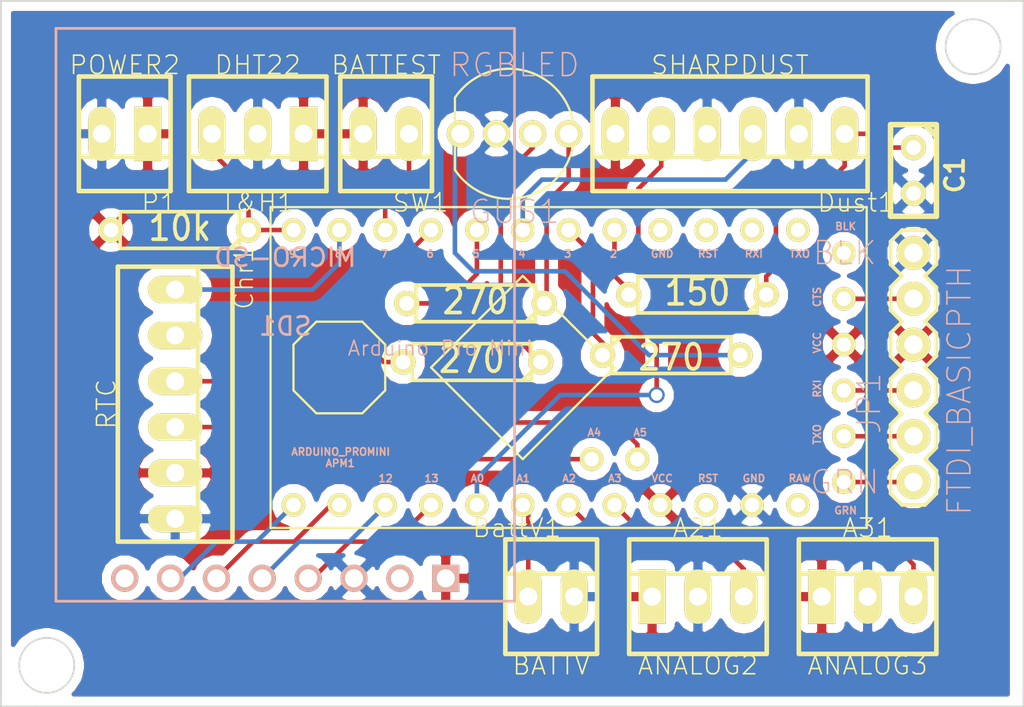
<source format=kicad_pcb>
(kicad_pcb (version 3) (host pcbnew "(2013-07-07 BZR 4022)-stable")

  (general
    (links 51)
    (no_connects 0)
    (area 119.329999 99.517999 176.072001 138.734001)
    (thickness 1.6)
    (drawings 8)
    (tracks 100)
    (zones 0)
    (modules 18)
    (nets 29)
  )

  (page A3)
  (layers
    (15 F.Cu signal)
    (0 B.Cu signal hide)
    (16 B.Adhes user)
    (17 F.Adhes user)
    (18 B.Paste user)
    (19 F.Paste user)
    (20 B.SilkS user)
    (21 F.SilkS user)
    (22 B.Mask user)
    (23 F.Mask user)
    (24 Dwgs.User user)
    (25 Cmts.User user)
    (26 Eco1.User user)
    (27 Eco2.User user)
    (28 Edge.Cuts user)
  )

  (setup
    (last_trace_width 0.254)
    (trace_clearance 0.254)
    (zone_clearance 0.508)
    (zone_45_only no)
    (trace_min 0.254)
    (segment_width 0.2)
    (edge_width 0.1)
    (via_size 0.889)
    (via_drill 0.635)
    (via_min_size 0.889)
    (via_min_drill 0.508)
    (uvia_size 0.508)
    (uvia_drill 0.127)
    (uvias_allowed no)
    (uvia_min_size 0.508)
    (uvia_min_drill 0.127)
    (pcb_text_width 0.3)
    (pcb_text_size 1.5 1.5)
    (mod_edge_width 0.15)
    (mod_text_size 1 1)
    (mod_text_width 0.15)
    (pad_size 1.50622 3.01498)
    (pad_drill 0.99822)
    (pad_to_mask_clearance 0)
    (aux_axis_origin 0 0)
    (visible_elements 7FFFFFFF)
    (pcbplotparams
      (layerselection 284196865)
      (usegerberextensions false)
      (excludeedgelayer true)
      (linewidth 0.150000)
      (plotframeref false)
      (viasonmask false)
      (mode 1)
      (useauxorigin false)
      (hpglpennumber 1)
      (hpglpenspeed 20)
      (hpglpendiameter 15)
      (hpglpenoverlay 2)
      (psnegative false)
      (psa4output false)
      (plotreference true)
      (plotvalue true)
      (plotothertext true)
      (plotinvisibletext false)
      (padsonsilk false)
      (subtractmaskfromsilk false)
      (outputformat 1)
      (mirror false)
      (drillshape 0)
      (scaleselection 1)
      (outputdirectory "ODIN gerber/"))
  )

  (net 0 "")
  (net 1 /A0)
  (net 2 /A1)
  (net 3 /A2)
  (net 4 /A3)
  (net 5 /CLK)
  (net 6 /CS)
  (net 7 /CTS)
  (net 8 /D0)
  (net 9 /D1)
  (net 10 /D2)
  (net 11 /D3)
  (net 12 /D4)
  (net 13 /D5)
  (net 14 /D6)
  (net 15 /D7)
  (net 16 /D9)
  (net 17 /DI)
  (net 18 /DO)
  (net 19 /DTR)
  (net 20 /GND)
  (net 21 /SCL)
  (net 22 /SDA)
  (net 23 /SQW)
  (net 24 /VCC)
  (net 25 N-0000019)
  (net 26 N-000002)
  (net 27 N-000003)
  (net 28 N-000004)

  (net_class Default "This is the default net class."
    (clearance 0.254)
    (trace_width 0.254)
    (via_dia 0.889)
    (via_drill 0.635)
    (uvia_dia 0.508)
    (uvia_drill 0.127)
    (add_net "")
    (add_net /A0)
    (add_net /A1)
    (add_net /A2)
    (add_net /A3)
    (add_net /CLK)
    (add_net /CS)
    (add_net /CTS)
    (add_net /D0)
    (add_net /D1)
    (add_net /D2)
    (add_net /D3)
    (add_net /D4)
    (add_net /D5)
    (add_net /D6)
    (add_net /D7)
    (add_net /D9)
    (add_net /DI)
    (add_net /DO)
    (add_net /DTR)
    (add_net /GND)
    (add_net /SCL)
    (add_net /SDA)
    (add_net /SQW)
    (add_net /VCC)
    (add_net N-0000019)
    (add_net N-000002)
    (add_net N-000003)
    (add_net N-000004)
  )

  (module microSD (layer B.Cu) (tedit 53BCAEFC) (tstamp 53C342D5)
    (at 133.858 131.572 180)
    (path /53B9E078)
    (fp_text reference SD1 (at -1.27 13.97 180) (layer B.SilkS)
      (effects (font (size 1 1) (thickness 0.15)) (justify mirror))
    )
    (fp_text value MICRO-SD (at -1.27 17.78 180) (layer B.SilkS)
      (effects (font (size 1 1) (thickness 0.15)) (justify mirror))
    )
    (fp_line (start 11.43 -1.27) (end 11.43 30.48) (layer B.SilkS) (width 0.15))
    (fp_line (start 11.43 30.48) (end -13.97 30.48) (layer B.SilkS) (width 0.15))
    (fp_line (start 11.43 -1.27) (end -13.97 -1.27) (layer B.SilkS) (width 0.15))
    (fp_line (start -13.97 -1.27) (end -13.97 30.48) (layer B.SilkS) (width 0.15))
    (pad 4 thru_hole circle (at 0 0 180) (size 1.50622 1.50622) (drill 0.99822)
      (layers *.Cu *.Mask B.SilkS)
      (net 18 /DO)
    )
    (pad 3 thru_hole circle (at 2.54 0 180) (size 1.50622 1.50622) (drill 0.99822)
      (layers *.Cu *.Mask B.SilkS)
      (net 17 /DI)
    )
    (pad 2 thru_hole circle (at 5.08 0 180) (size 1.50622 1.50622) (drill 0.99822)
      (layers *.Cu *.Mask B.SilkS)
      (net 6 /CS)
    )
    (pad 1 thru_hole circle (at 7.62 0 180) (size 1.50622 1.50622) (drill 0.99822)
      (layers *.Cu *.Mask B.SilkS)
    )
    (pad 5 thru_hole circle (at -2.54 0 180) (size 1.50622 1.50622) (drill 0.99822)
      (layers *.Cu *.Mask B.SilkS)
      (net 5 /CLK)
    )
    (pad 6 thru_hole circle (at -5.08 0 180) (size 1.50622 1.50622) (drill 0.99822)
      (layers *.Cu *.Mask B.SilkS)
      (net 20 /GND)
    )
    (pad 7 thru_hole circle (at -7.62 0 180) (size 1.50622 1.50622) (drill 0.99822)
      (layers *.Cu *.Mask B.SilkS)
    )
    (pad 8 thru_hole rect (at -10.16 0 180) (size 1.50622 1.50622) (drill 0.99822)
      (layers *.Cu *.Mask B.SilkS)
      (net 24 /VCC)
    )
  )

  (module SparkFun-LED-TRICOLOR-THROUGHHOLE (layer F.Cu) (tedit 53D81E13) (tstamp 53D82015)
    (at 147.828 106.934)
    (path /53B9FB1C)
    (attr virtual)
    (fp_text reference GUS1 (at 0 4.318) (layer B.SilkS)
      (effects (font (size 1.27 1.27) (thickness 0.0889)))
    )
    (fp_text value RGBLED (at 0 -3.81) (layer B.SilkS)
      (effects (font (size 1.27 1.27) (thickness 0.0889)))
    )
    (fp_line (start -3.29946 -1.99898) (end -3.29946 1.99898) (layer F.SilkS) (width 0.127))
    (fp_arc (start -0.29972 0) (end -3.29946 -1.99898) (angle 292.6) (layer F.SilkS) (width 0.127))
    (pad BLU thru_hole circle (at 0.99822 0) (size 1.50622 1.50622) (drill 0.99822)
      (layers *.Cu F.Paste F.SilkS F.Mask)
      (net 28 N-000004)
    )
    (pad GND thru_hole circle (at -0.99822 0) (size 1.50622 1.50622) (drill 0.99822)
      (layers *.Cu F.Paste F.SilkS F.Mask)
      (net 20 /GND)
    )
    (pad GRN thru_hole circle (at 2.99974 0) (size 1.50622 1.50622) (drill 0.99822)
      (layers *.Cu F.Paste F.SilkS F.Mask)
      (net 27 N-000003)
    )
    (pad RED thru_hole circle (at -2.99974 0) (size 1.50622 1.50622) (drill 0.99822)
      (layers *.Cu F.Paste F.SilkS F.Mask)
      (net 26 N-000002)
    )
  )

  (module SparkFun-FTDI_BASIC (layer F.Cu) (tedit 200000) (tstamp 53C3436B)
    (at 169.926 126.238 90)
    (path /53B9E1FD)
    (attr virtual)
    (fp_text reference JP1 (at 4.36626 -2.4638 90) (layer B.SilkS)
      (effects (font (size 1.27 1.27) (thickness 0.0889)))
    )
    (fp_text value FTDI_BASICPTH (at 5.08 2.54 90) (layer B.SilkS)
      (effects (font (size 1.27 1.27) (thickness 0.0889)))
    )
    (fp_line (start 12.446 0.254) (end 12.954 0.254) (layer F.SilkS) (width 0.06604))
    (fp_line (start 12.954 0.254) (end 12.954 -0.254) (layer F.SilkS) (width 0.06604))
    (fp_line (start 12.446 -0.254) (end 12.954 -0.254) (layer F.SilkS) (width 0.06604))
    (fp_line (start 12.446 0.254) (end 12.446 -0.254) (layer F.SilkS) (width 0.06604))
    (fp_line (start 9.906 0.254) (end 10.414 0.254) (layer F.SilkS) (width 0.06604))
    (fp_line (start 10.414 0.254) (end 10.414 -0.254) (layer F.SilkS) (width 0.06604))
    (fp_line (start 9.906 -0.254) (end 10.414 -0.254) (layer F.SilkS) (width 0.06604))
    (fp_line (start 9.906 0.254) (end 9.906 -0.254) (layer F.SilkS) (width 0.06604))
    (fp_line (start 7.366 0.254) (end 7.874 0.254) (layer F.SilkS) (width 0.06604))
    (fp_line (start 7.874 0.254) (end 7.874 -0.254) (layer F.SilkS) (width 0.06604))
    (fp_line (start 7.366 -0.254) (end 7.874 -0.254) (layer F.SilkS) (width 0.06604))
    (fp_line (start 7.366 0.254) (end 7.366 -0.254) (layer F.SilkS) (width 0.06604))
    (fp_line (start 4.826 0.254) (end 5.334 0.254) (layer F.SilkS) (width 0.06604))
    (fp_line (start 5.334 0.254) (end 5.334 -0.254) (layer F.SilkS) (width 0.06604))
    (fp_line (start 4.826 -0.254) (end 5.334 -0.254) (layer F.SilkS) (width 0.06604))
    (fp_line (start 4.826 0.254) (end 4.826 -0.254) (layer F.SilkS) (width 0.06604))
    (fp_line (start 2.286 0.254) (end 2.794 0.254) (layer F.SilkS) (width 0.06604))
    (fp_line (start 2.794 0.254) (end 2.794 -0.254) (layer F.SilkS) (width 0.06604))
    (fp_line (start 2.286 -0.254) (end 2.794 -0.254) (layer F.SilkS) (width 0.06604))
    (fp_line (start 2.286 0.254) (end 2.286 -0.254) (layer F.SilkS) (width 0.06604))
    (fp_line (start -0.254 0.254) (end 0.254 0.254) (layer F.SilkS) (width 0.06604))
    (fp_line (start 0.254 0.254) (end 0.254 -0.254) (layer F.SilkS) (width 0.06604))
    (fp_line (start -0.254 -0.254) (end 0.254 -0.254) (layer F.SilkS) (width 0.06604))
    (fp_line (start -0.254 0.254) (end -0.254 -0.254) (layer F.SilkS) (width 0.06604))
    (fp_line (start 11.43 -0.635) (end 12.065 -1.27) (layer F.SilkS) (width 0.2032))
    (fp_line (start 12.065 -1.27) (end 13.335 -1.27) (layer F.SilkS) (width 0.2032))
    (fp_line (start 13.335 -1.27) (end 13.97 -0.635) (layer F.SilkS) (width 0.2032))
    (fp_line (start 13.97 0.635) (end 13.335 1.27) (layer F.SilkS) (width 0.2032))
    (fp_line (start 13.335 1.27) (end 12.065 1.27) (layer F.SilkS) (width 0.2032))
    (fp_line (start 12.065 1.27) (end 11.43 0.635) (layer F.SilkS) (width 0.2032))
    (fp_line (start 6.985 -1.27) (end 8.255 -1.27) (layer F.SilkS) (width 0.2032))
    (fp_line (start 8.255 -1.27) (end 8.89 -0.635) (layer F.SilkS) (width 0.2032))
    (fp_line (start 8.89 0.635) (end 8.255 1.27) (layer F.SilkS) (width 0.2032))
    (fp_line (start 8.89 -0.635) (end 9.525 -1.27) (layer F.SilkS) (width 0.2032))
    (fp_line (start 9.525 -1.27) (end 10.795 -1.27) (layer F.SilkS) (width 0.2032))
    (fp_line (start 10.795 -1.27) (end 11.43 -0.635) (layer F.SilkS) (width 0.2032))
    (fp_line (start 11.43 0.635) (end 10.795 1.27) (layer F.SilkS) (width 0.2032))
    (fp_line (start 10.795 1.27) (end 9.525 1.27) (layer F.SilkS) (width 0.2032))
    (fp_line (start 9.525 1.27) (end 8.89 0.635) (layer F.SilkS) (width 0.2032))
    (fp_line (start 3.81 -0.635) (end 4.445 -1.27) (layer F.SilkS) (width 0.2032))
    (fp_line (start 4.445 -1.27) (end 5.715 -1.27) (layer F.SilkS) (width 0.2032))
    (fp_line (start 5.715 -1.27) (end 6.35 -0.635) (layer F.SilkS) (width 0.2032))
    (fp_line (start 6.35 0.635) (end 5.715 1.27) (layer F.SilkS) (width 0.2032))
    (fp_line (start 5.715 1.27) (end 4.445 1.27) (layer F.SilkS) (width 0.2032))
    (fp_line (start 4.445 1.27) (end 3.81 0.635) (layer F.SilkS) (width 0.2032))
    (fp_line (start 6.985 -1.27) (end 6.35 -0.635) (layer F.SilkS) (width 0.2032))
    (fp_line (start 6.35 0.635) (end 6.985 1.27) (layer F.SilkS) (width 0.2032))
    (fp_line (start 8.255 1.27) (end 6.985 1.27) (layer F.SilkS) (width 0.2032))
    (fp_line (start -0.635 -1.27) (end 0.635 -1.27) (layer F.SilkS) (width 0.2032))
    (fp_line (start 0.635 -1.27) (end 1.27 -0.635) (layer F.SilkS) (width 0.2032))
    (fp_line (start 1.27 0.635) (end 0.635 1.27) (layer F.SilkS) (width 0.2032))
    (fp_line (start 1.27 -0.635) (end 1.905 -1.27) (layer F.SilkS) (width 0.2032))
    (fp_line (start 1.905 -1.27) (end 3.175 -1.27) (layer F.SilkS) (width 0.2032))
    (fp_line (start 3.175 -1.27) (end 3.81 -0.635) (layer F.SilkS) (width 0.2032))
    (fp_line (start 3.81 0.635) (end 3.175 1.27) (layer F.SilkS) (width 0.2032))
    (fp_line (start 3.175 1.27) (end 1.905 1.27) (layer F.SilkS) (width 0.2032))
    (fp_line (start 1.905 1.27) (end 1.27 0.635) (layer F.SilkS) (width 0.2032))
    (fp_line (start -1.27 -0.635) (end -1.27 0.635) (layer F.SilkS) (width 0.2032))
    (fp_line (start -0.635 -1.27) (end -1.27 -0.635) (layer F.SilkS) (width 0.2032))
    (fp_line (start -1.27 0.635) (end -0.635 1.27) (layer F.SilkS) (width 0.2032))
    (fp_line (start 0.635 1.27) (end -0.635 1.27) (layer F.SilkS) (width 0.2032))
    (fp_line (start 13.97 -0.635) (end 13.97 0.635) (layer F.SilkS) (width 0.2032))
    (fp_text user GRN (at 0 -3.81 180) (layer B.SilkS)
      (effects (font (size 1.27 1.27) (thickness 0.0889)))
    )
    (fp_text user BLK (at 12.7 -3.81 180) (layer B.SilkS)
      (effects (font (size 1.27 1.27) (thickness 0.0889)))
    )
    (pad CTS thru_hole circle (at 10.16 0 90) (size 1.8796 1.8796) (drill 1.016)
      (layers *.Cu F.Paste F.SilkS F.Mask)
      (net 7 /CTS)
    )
    (pad DTR thru_hole circle (at 0 0 90) (size 1.8796 1.8796) (drill 1.016)
      (layers *.Cu F.Paste F.SilkS F.Mask)
      (net 19 /DTR)
    )
    (pad GND thru_hole circle (at 12.7 0 90) (size 1.8796 1.8796) (drill 1.016)
      (layers *.Cu F.Paste F.SilkS F.Mask)
      (net 20 /GND)
    )
    (pad RXI thru_hole circle (at 2.54 0 90) (size 1.8796 1.8796) (drill 1.016)
      (layers *.Cu F.Paste F.SilkS F.Mask)
      (net 8 /D0)
    )
    (pad TXO thru_hole circle (at 5.08 0 90) (size 1.8796 1.8796) (drill 1.016)
      (layers *.Cu F.Paste F.SilkS F.Mask)
      (net 9 /D1)
    )
    (pad VCC thru_hole circle (at 7.62 0 90) (size 1.8796 1.8796) (drill 1.016)
      (layers *.Cu F.Paste F.SilkS F.Mask)
      (net 24 /VCC)
    )
  )

  (module R3 (layer F.Cu) (tedit 4E4C0E65) (tstamp 53BB698D)
    (at 157.9626 115.8494 180)
    (descr "Resitance 3 pas")
    (tags R)
    (path /53B5D761)
    (autoplace_cost180 10)
    (fp_text reference R5 (at 0 0.127 180) (layer F.SilkS) hide
      (effects (font (size 1.397 1.27) (thickness 0.2032)))
    )
    (fp_text value 150 (at 0 0.127 180) (layer F.SilkS)
      (effects (font (size 1.397 1.27) (thickness 0.2032)))
    )
    (fp_line (start -3.81 0) (end -3.302 0) (layer F.SilkS) (width 0.2032))
    (fp_line (start 3.81 0) (end 3.302 0) (layer F.SilkS) (width 0.2032))
    (fp_line (start 3.302 0) (end 3.302 -1.016) (layer F.SilkS) (width 0.2032))
    (fp_line (start 3.302 -1.016) (end -3.302 -1.016) (layer F.SilkS) (width 0.2032))
    (fp_line (start -3.302 -1.016) (end -3.302 1.016) (layer F.SilkS) (width 0.2032))
    (fp_line (start -3.302 1.016) (end 3.302 1.016) (layer F.SilkS) (width 0.2032))
    (fp_line (start 3.302 1.016) (end 3.302 0) (layer F.SilkS) (width 0.2032))
    (fp_line (start -3.302 -0.508) (end -2.794 -1.016) (layer F.SilkS) (width 0.2032))
    (pad 1 thru_hole circle (at -3.81 0 180) (size 1.397 1.397) (drill 0.8128)
      (layers *.Cu *.Mask F.SilkS)
      (net 25 N-0000019)
    )
    (pad 2 thru_hole circle (at 3.81 0 180) (size 1.397 1.397) (drill 0.8128)
      (layers *.Cu *.Mask F.SilkS)
      (net 10 /D2)
    )
    (model discret/resistor.wrl
      (at (xyz 0 0 0))
      (scale (xyz 0.3 0.3 0.3))
      (rotate (xyz 0 0 0))
    )
  )

  (module R3 (layer F.Cu) (tedit 4E4C0E65) (tstamp 53BB699B)
    (at 129.286 112.268 180)
    (descr "Resitance 3 pas")
    (tags R)
    (path /53B9DB77)
    (autoplace_cost180 10)
    (fp_text reference R1 (at 0 0.127 180) (layer F.SilkS) hide
      (effects (font (size 1.397 1.27) (thickness 0.2032)))
    )
    (fp_text value 10k (at 0 0.127 180) (layer F.SilkS)
      (effects (font (size 1.397 1.27) (thickness 0.2032)))
    )
    (fp_line (start -3.81 0) (end -3.302 0) (layer F.SilkS) (width 0.2032))
    (fp_line (start 3.81 0) (end 3.302 0) (layer F.SilkS) (width 0.2032))
    (fp_line (start 3.302 0) (end 3.302 -1.016) (layer F.SilkS) (width 0.2032))
    (fp_line (start 3.302 -1.016) (end -3.302 -1.016) (layer F.SilkS) (width 0.2032))
    (fp_line (start -3.302 -1.016) (end -3.302 1.016) (layer F.SilkS) (width 0.2032))
    (fp_line (start -3.302 1.016) (end 3.302 1.016) (layer F.SilkS) (width 0.2032))
    (fp_line (start 3.302 1.016) (end 3.302 0) (layer F.SilkS) (width 0.2032))
    (fp_line (start -3.302 -0.508) (end -2.794 -1.016) (layer F.SilkS) (width 0.2032))
    (pad 1 thru_hole circle (at -3.81 0 180) (size 1.397 1.397) (drill 0.8128)
      (layers *.Cu *.Mask F.SilkS)
      (net 16 /D9)
    )
    (pad 2 thru_hole circle (at 3.81 0 180) (size 1.397 1.397) (drill 0.8128)
      (layers *.Cu *.Mask F.SilkS)
      (net 24 /VCC)
    )
    (model discret/resistor.wrl
      (at (xyz 0 0 0))
      (scale (xyz 0.3 0.3 0.3))
      (rotate (xyz 0 0 0))
    )
  )

  (module R3 (layer F.Cu) (tedit 4E4C0E65) (tstamp 53BCAAB7)
    (at 156.5148 119.2022)
    (descr "Resitance 3 pas")
    (tags R)
    (path /53B9FB76)
    (autoplace_cost180 10)
    (fp_text reference R2 (at 0 0.127) (layer F.SilkS) hide
      (effects (font (size 1.397 1.27) (thickness 0.2032)))
    )
    (fp_text value 270 (at 0 0.127) (layer F.SilkS)
      (effects (font (size 1.397 1.27) (thickness 0.2032)))
    )
    (fp_line (start -3.81 0) (end -3.302 0) (layer F.SilkS) (width 0.2032))
    (fp_line (start 3.81 0) (end 3.302 0) (layer F.SilkS) (width 0.2032))
    (fp_line (start 3.302 0) (end 3.302 -1.016) (layer F.SilkS) (width 0.2032))
    (fp_line (start 3.302 -1.016) (end -3.302 -1.016) (layer F.SilkS) (width 0.2032))
    (fp_line (start -3.302 -1.016) (end -3.302 1.016) (layer F.SilkS) (width 0.2032))
    (fp_line (start -3.302 1.016) (end 3.302 1.016) (layer F.SilkS) (width 0.2032))
    (fp_line (start 3.302 1.016) (end 3.302 0) (layer F.SilkS) (width 0.2032))
    (fp_line (start -3.302 -0.508) (end -2.794 -1.016) (layer F.SilkS) (width 0.2032))
    (pad 1 thru_hole circle (at -3.81 0) (size 1.397 1.397) (drill 0.8128)
      (layers *.Cu *.Mask F.SilkS)
      (net 11 /D3)
    )
    (pad 2 thru_hole circle (at 3.81 0) (size 1.397 1.397) (drill 0.8128)
      (layers *.Cu *.Mask F.SilkS)
      (net 26 N-000002)
    )
    (model discret/resistor.wrl
      (at (xyz 0 0 0))
      (scale (xyz 0.3 0.3 0.3))
      (rotate (xyz 0 0 0))
    )
  )

  (module R3 (layer F.Cu) (tedit 4E4C0E65) (tstamp 53BB69B7)
    (at 145.669 116.332 180)
    (descr "Resitance 3 pas")
    (tags R)
    (path /53B9FB96)
    (autoplace_cost180 10)
    (fp_text reference R3 (at 0 0.127 180) (layer F.SilkS) hide
      (effects (font (size 1.397 1.27) (thickness 0.2032)))
    )
    (fp_text value 270 (at 0 0.127 180) (layer F.SilkS)
      (effects (font (size 1.397 1.27) (thickness 0.2032)))
    )
    (fp_line (start -3.81 0) (end -3.302 0) (layer F.SilkS) (width 0.2032))
    (fp_line (start 3.81 0) (end 3.302 0) (layer F.SilkS) (width 0.2032))
    (fp_line (start 3.302 0) (end 3.302 -1.016) (layer F.SilkS) (width 0.2032))
    (fp_line (start 3.302 -1.016) (end -3.302 -1.016) (layer F.SilkS) (width 0.2032))
    (fp_line (start -3.302 -1.016) (end -3.302 1.016) (layer F.SilkS) (width 0.2032))
    (fp_line (start -3.302 1.016) (end 3.302 1.016) (layer F.SilkS) (width 0.2032))
    (fp_line (start 3.302 1.016) (end 3.302 0) (layer F.SilkS) (width 0.2032))
    (fp_line (start -3.302 -0.508) (end -2.794 -1.016) (layer F.SilkS) (width 0.2032))
    (pad 1 thru_hole circle (at -3.81 0 180) (size 1.397 1.397) (drill 0.8128)
      (layers *.Cu *.Mask F.SilkS)
      (net 27 N-000003)
    )
    (pad 2 thru_hole circle (at 3.81 0 180) (size 1.397 1.397) (drill 0.8128)
      (layers *.Cu *.Mask F.SilkS)
      (net 13 /D5)
    )
    (model discret/resistor.wrl
      (at (xyz 0 0 0))
      (scale (xyz 0.3 0.3 0.3))
      (rotate (xyz 0 0 0))
    )
  )

  (module R3 (layer F.Cu) (tedit 4E4C0E65) (tstamp 53BB69C5)
    (at 145.4658 119.5832 180)
    (descr "Resitance 3 pas")
    (tags R)
    (path /53B9FB9C)
    (autoplace_cost180 10)
    (fp_text reference R4 (at 0 0.127 180) (layer F.SilkS) hide
      (effects (font (size 1.397 1.27) (thickness 0.2032)))
    )
    (fp_text value 270 (at 0 0.127 180) (layer F.SilkS)
      (effects (font (size 1.397 1.27) (thickness 0.2032)))
    )
    (fp_line (start -3.81 0) (end -3.302 0) (layer F.SilkS) (width 0.2032))
    (fp_line (start 3.81 0) (end 3.302 0) (layer F.SilkS) (width 0.2032))
    (fp_line (start 3.302 0) (end 3.302 -1.016) (layer F.SilkS) (width 0.2032))
    (fp_line (start 3.302 -1.016) (end -3.302 -1.016) (layer F.SilkS) (width 0.2032))
    (fp_line (start -3.302 -1.016) (end -3.302 1.016) (layer F.SilkS) (width 0.2032))
    (fp_line (start -3.302 1.016) (end 3.302 1.016) (layer F.SilkS) (width 0.2032))
    (fp_line (start 3.302 1.016) (end 3.302 0) (layer F.SilkS) (width 0.2032))
    (fp_line (start -3.302 -0.508) (end -2.794 -1.016) (layer F.SilkS) (width 0.2032))
    (pad 1 thru_hole circle (at -3.81 0 180) (size 1.397 1.397) (drill 0.8128)
      (layers *.Cu *.Mask F.SilkS)
      (net 28 N-000004)
    )
    (pad 2 thru_hole circle (at 3.81 0 180) (size 1.397 1.397) (drill 0.8128)
      (layers *.Cu *.Mask F.SilkS)
      (net 14 /D6)
    )
    (model discret/resistor.wrl
      (at (xyz 0 0 0))
      (scale (xyz 0.3 0.3 0.3))
      (rotate (xyz 0 0 0))
    )
  )

  (module PINHEAD1-6 (layer F.Cu) (tedit 4C5EDF69) (tstamp 53BB69D7)
    (at 159.766 106.934 180)
    (path /53B9E1EE)
    (attr virtual)
    (fp_text reference Dust1 (at -6.985 -3.81 180) (layer F.SilkS)
      (effects (font (size 1.016 1.016) (thickness 0.0889)))
    )
    (fp_text value SHARPDUST (at 0 3.81 180) (layer F.SilkS)
      (effects (font (size 1.016 1.016) (thickness 0.0889)))
    )
    (fp_line (start 0 3.175) (end 7.62 3.175) (layer F.SilkS) (width 0.254))
    (fp_line (start 0 -1.27) (end 7.62 -1.27) (layer F.SilkS) (width 0.254))
    (fp_line (start 0 -3.175) (end 7.62 -3.175) (layer F.SilkS) (width 0.254))
    (fp_line (start -7.62 -3.175) (end -7.62 3.175) (layer F.SilkS) (width 0.254))
    (fp_line (start 7.62 -3.175) (end 7.62 3.175) (layer F.SilkS) (width 0.254))
    (fp_line (start 0 -1.27) (end -7.62 -1.27) (layer F.SilkS) (width 0.254))
    (fp_line (start -7.62 -3.175) (end 0 -3.175) (layer F.SilkS) (width 0.254))
    (fp_line (start 0 3.175) (end -7.62 3.175) (layer F.SilkS) (width 0.254))
    (pad 1 thru_hole oval (at -6.35 0 180) (size 1.50622 3.01498) (drill 0.99822)
      (layers *.Cu F.Paste F.SilkS F.Mask)
      (net 25 N-0000019)
    )
    (pad 2 thru_hole oval (at -3.81 0 180) (size 1.50622 3.01498) (drill 0.99822)
      (layers *.Cu F.Paste F.SilkS F.Mask)
      (net 20 /GND)
    )
    (pad 3 thru_hole oval (at -1.27 0 180) (size 1.50622 3.01498) (drill 0.99822)
      (layers *.Cu F.Paste F.SilkS F.Mask)
      (net 12 /D4)
    )
    (pad 4 thru_hole oval (at 1.27 0 180) (size 1.50622 3.01498) (drill 0.99822)
      (layers *.Cu F.Paste F.SilkS F.Mask)
      (net 20 /GND)
    )
    (pad 5 thru_hole oval (at 3.81 0 180) (size 1.50622 3.01498) (drill 0.99822)
      (layers *.Cu F.Paste F.SilkS F.Mask)
      (net 1 /A0)
    )
    (pad 6 thru_hole oval (at 6.35 0 180) (size 1.50622 3.01498) (drill 0.99822)
      (layers *.Cu F.Paste F.SilkS F.Mask)
      (net 24 /VCC)
    )
  )

  (module PINHEAD1-6 (layer F.Cu) (tedit 4C5EDF69) (tstamp 53BB69E9)
    (at 129.032 121.92 270)
    (path /53BA039A)
    (attr virtual)
    (fp_text reference Chr1 (at -6.985 -3.81 270) (layer F.SilkS)
      (effects (font (size 1.016 1.016) (thickness 0.0889)))
    )
    (fp_text value RTC (at 0 3.81 270) (layer F.SilkS)
      (effects (font (size 1.016 1.016) (thickness 0.0889)))
    )
    (fp_line (start 0 3.175) (end 7.62 3.175) (layer F.SilkS) (width 0.254))
    (fp_line (start 0 -1.27) (end 7.62 -1.27) (layer F.SilkS) (width 0.254))
    (fp_line (start 0 -3.175) (end 7.62 -3.175) (layer F.SilkS) (width 0.254))
    (fp_line (start -7.62 -3.175) (end -7.62 3.175) (layer F.SilkS) (width 0.254))
    (fp_line (start 7.62 -3.175) (end 7.62 3.175) (layer F.SilkS) (width 0.254))
    (fp_line (start 0 -1.27) (end -7.62 -1.27) (layer F.SilkS) (width 0.254))
    (fp_line (start -7.62 -3.175) (end 0 -3.175) (layer F.SilkS) (width 0.254))
    (fp_line (start 0 3.175) (end -7.62 3.175) (layer F.SilkS) (width 0.254))
    (pad 1 thru_hole oval (at -6.35 0 270) (size 1.50622 3.01498) (drill 0.99822)
      (layers *.Cu F.Paste F.SilkS F.Mask)
      (net 23 /SQW)
    )
    (pad 2 thru_hole oval (at -3.81 0 270) (size 1.50622 3.01498) (drill 0.99822)
      (layers *.Cu F.Paste F.SilkS F.Mask)
    )
    (pad 3 thru_hole oval (at -1.27 0 270) (size 1.50622 3.01498) (drill 0.99822)
      (layers *.Cu F.Paste F.SilkS F.Mask)
      (net 22 /SDA)
    )
    (pad 4 thru_hole oval (at 1.27 0 270) (size 1.50622 3.01498) (drill 0.99822)
      (layers *.Cu F.Paste F.SilkS F.Mask)
      (net 21 /SCL)
    )
    (pad 5 thru_hole oval (at 3.81 0 270) (size 1.50622 3.01498) (drill 0.99822)
      (layers *.Cu F.Paste F.SilkS F.Mask)
      (net 24 /VCC)
    )
    (pad 6 thru_hole oval (at 6.35 0 270) (size 1.50622 3.01498) (drill 0.99822)
      (layers *.Cu F.Paste F.SilkS F.Mask)
      (net 20 /GND)
    )
  )

  (module PINHEAD1-2 (layer F.Cu) (tedit 4C5EDFB2) (tstamp 53C34391)
    (at 149.86 132.588)
    (path /53BB6875)
    (attr virtual)
    (fp_text reference BattV1 (at -1.905 -3.81) (layer F.SilkS)
      (effects (font (size 1.016 1.016) (thickness 0.0889)))
    )
    (fp_text value BATTV (at 0 3.81) (layer F.SilkS)
      (effects (font (size 1.016 1.016) (thickness 0.0889)))
    )
    (fp_line (start 2.54 -1.27) (end -2.54 -1.27) (layer F.SilkS) (width 0.254))
    (fp_line (start 2.54 3.175) (end -2.54 3.175) (layer F.SilkS) (width 0.254))
    (fp_line (start -2.54 -3.175) (end 2.54 -3.175) (layer F.SilkS) (width 0.254))
    (fp_line (start -2.54 -3.175) (end -2.54 3.175) (layer F.SilkS) (width 0.254))
    (fp_line (start 2.54 -3.175) (end 2.54 3.175) (layer F.SilkS) (width 0.254))
    (pad 1 thru_hole oval (at -1.27 0) (size 1.50622 3.01498) (drill 0.99822)
      (layers *.Cu F.Paste F.SilkS F.Mask)
      (net 2 /A1)
    )
    (pad 2 thru_hole oval (at 1.27 0) (size 1.50622 3.01498) (drill 0.99822)
      (layers *.Cu F.Paste F.SilkS F.Mask)
      (net 20 /GND)
    )
  )

  (module PINHEAD1-2 (layer F.Cu) (tedit 4C5EDFB2) (tstamp 53BC6A8A)
    (at 140.716 106.934 180)
    (path /53BB6E9E)
    (attr virtual)
    (fp_text reference SW1 (at -1.905 -3.81 180) (layer F.SilkS)
      (effects (font (size 1.016 1.016) (thickness 0.0889)))
    )
    (fp_text value BATTEST (at 0 3.81 180) (layer F.SilkS)
      (effects (font (size 1.016 1.016) (thickness 0.0889)))
    )
    (fp_line (start 2.54 -1.27) (end -2.54 -1.27) (layer F.SilkS) (width 0.254))
    (fp_line (start 2.54 3.175) (end -2.54 3.175) (layer F.SilkS) (width 0.254))
    (fp_line (start -2.54 -3.175) (end 2.54 -3.175) (layer F.SilkS) (width 0.254))
    (fp_line (start -2.54 -3.175) (end -2.54 3.175) (layer F.SilkS) (width 0.254))
    (fp_line (start 2.54 -3.175) (end 2.54 3.175) (layer F.SilkS) (width 0.254))
    (pad 1 thru_hole oval (at -1.27 0 180) (size 1.50622 3.01498) (drill 0.99822)
      (layers *.Cu F.Paste F.SilkS F.Mask)
      (net 15 /D7)
    )
    (pad 2 thru_hole oval (at 1.27 0 180) (size 1.50622 3.01498) (drill 0.99822)
      (layers *.Cu F.Paste F.SilkS F.Mask)
      (net 24 /VCC)
    )
  )

  (module Halley-ARDUINO_PRO_MINI (layer F.Cu) (tedit 53BC9C91) (tstamp 53BC9D7D)
    (at 152.0952 119.888)
    (descr "SPARKFUN ARDUINO PRO MINI OUTLINE")
    (tags "SPARKFUN ARDUINO PRO MINI OUTLINE")
    (path /53B9F9FD)
    (attr virtual)
    (fp_text reference APM1 (at -13.9192 5.3086) (layer B.SilkS)
      (effects (font (size 0.4064 0.4064) (thickness 0.0889)))
    )
    (fp_text value ARDUINO_PROMINI (at -13.8938 4.6736) (layer B.SilkS)
      (effects (font (size 0.4064 0.4064) (thickness 0.0889)))
    )
    (fp_line (start -17.78 8.89) (end 15.24 8.89) (layer F.SilkS) (width 0.127))
    (fp_line (start 15.24 8.89) (end 15.24 -8.89) (layer F.SilkS) (width 0.127))
    (fp_line (start 15.24 -8.89) (end -17.78 -8.89) (layer F.SilkS) (width 0.127))
    (fp_line (start -17.78 -8.89) (end -17.78 8.89) (layer F.SilkS) (width 0.127))
    (fp_line (start -16.51 -1.27) (end -16.51 1.27) (layer F.SilkS) (width 0.127))
    (fp_line (start -16.51 1.27) (end -15.24 2.54) (layer F.SilkS) (width 0.127))
    (fp_line (start -15.24 2.54) (end -12.7 2.54) (layer F.SilkS) (width 0.127))
    (fp_line (start -12.7 2.54) (end -11.43 1.27) (layer F.SilkS) (width 0.127))
    (fp_line (start -11.43 1.27) (end -11.43 -1.27) (layer F.SilkS) (width 0.127))
    (fp_line (start -11.43 -1.27) (end -12.7 -2.54) (layer F.SilkS) (width 0.127))
    (fp_line (start -12.7 -2.54) (end -15.24 -2.54) (layer F.SilkS) (width 0.127))
    (fp_line (start -15.24 -2.54) (end -16.51 -1.27) (layer F.SilkS) (width 0.127))
    (fp_line (start -8.89 0) (end -3.81 -5.08) (layer F.SilkS) (width 0.127))
    (fp_line (start -3.81 -5.08) (end 1.27 0) (layer F.SilkS) (width 0.127))
    (fp_line (start 1.27 0) (end -3.81 5.08) (layer F.SilkS) (width 0.127))
    (fp_line (start -3.81 5.08) (end -8.89 0) (layer F.SilkS) (width 0.127))
    (fp_text user 12 (at -11.4046 6.1468) (layer B.SilkS)
      (effects (font (size 0.4064 0.4064) (thickness 0.0889)))
    )
    (fp_text user 13 (at -8.86206 6.1468) (layer B.SilkS)
      (effects (font (size 0.4064 0.4064) (thickness 0.0889)))
    )
    (fp_text user A0 (at -6.3246 6.1468) (layer B.SilkS)
      (effects (font (size 0.4064 0.4064) (thickness 0.0889)))
    )
    (fp_text user A1 (at -3.7846 6.1468) (layer B.SilkS)
      (effects (font (size 0.4064 0.4064) (thickness 0.0889)))
    )
    (fp_text user A2 (at -1.2446 6.1468) (layer B.SilkS)
      (effects (font (size 0.4064 0.4064) (thickness 0.0889)))
    )
    (fp_text user A3 (at 1.29286 6.1468) (layer B.SilkS)
      (effects (font (size 0.4064 0.4064) (thickness 0.0889)))
    )
    (fp_text user VCC (at 3.9116 6.1468) (layer B.SilkS)
      (effects (font (size 0.4064 0.4064) (thickness 0.0889)))
    )
    (fp_text user A5 (at 2.6924 3.60426) (layer B.SilkS)
      (effects (font (size 0.4064 0.4064) (thickness 0.0889)))
    )
    (fp_text user A4 (at 0.1524 3.60426) (layer B.SilkS)
      (effects (font (size 0.4064 0.4064) (thickness 0.0889)))
    )
    (fp_text user RST (at 6.4516 6.1468) (layer B.SilkS)
      (effects (font (size 0.4064 0.4064) (thickness 0.0889)))
    )
    (fp_text user GND (at 8.9916 6.1468) (layer B.SilkS)
      (effects (font (size 0.4064 0.4064) (thickness 0.0889)))
    )
    (fp_text user RAW (at 11.5316 6.1468) (layer B.SilkS)
      (effects (font (size 0.4064 0.4064) (thickness 0.0889)))
    )
    (fp_text user GRN (at 14.0716 7.9248) (layer B.SilkS)
      (effects (font (size 0.4064 0.4064) (thickness 0.0889)))
    )
    (fp_text user BLK (at 14.0716 -7.8232) (layer B.SilkS)
      (effects (font (size 0.4064 0.4064) (thickness 0.0889)))
    )
    (fp_text user GND (at 3.9116 -6.2992) (layer B.SilkS)
      (effects (font (size 0.4064 0.4064) (thickness 0.0889)))
    )
    (fp_text user TXO (at 11.5316 -6.2992) (layer B.SilkS)
      (effects (font (size 0.4064 0.4064) (thickness 0.0889)))
    )
    (fp_text user RXI (at 8.9916 -6.2992) (layer B.SilkS)
      (effects (font (size 0.4064 0.4064) (thickness 0.0889)))
    )
    (fp_text user RST (at 6.4516 -6.2992) (layer B.SilkS)
      (effects (font (size 0.4064 0.4064) (thickness 0.0889)))
    )
    (fp_text user 2 (at 1.2192 -6.2992) (layer B.SilkS)
      (effects (font (size 0.4064 0.4064) (thickness 0.0889)))
    )
    (fp_text user 3 (at -1.3208 -6.2992) (layer B.SilkS)
      (effects (font (size 0.4064 0.4064) (thickness 0.0889)))
    )
    (fp_text user 4 (at -3.8608 -6.2992) (layer B.SilkS)
      (effects (font (size 0.4064 0.4064) (thickness 0.0889)))
    )
    (fp_text user 5 (at -6.4008 -6.2992) (layer B.SilkS)
      (effects (font (size 0.4064 0.4064) (thickness 0.0889)))
    )
    (fp_text user 6 (at -8.9408 -6.2992) (layer B.SilkS)
      (effects (font (size 0.4064 0.4064) (thickness 0.0889)))
    )
    (fp_text user 7 (at -11.4808 -6.2992) (layer B.SilkS)
      (effects (font (size 0.4064 0.4064) (thickness 0.0889)))
    )
    (fp_text user 8 (at -14.0208 -6.2992) (layer B.SilkS)
      (effects (font (size 0.4064 0.4064) (thickness 0.0889)))
    )
    (fp_text user 9 (at -16.5608 -6.2992) (layer B.SilkS)
      (effects (font (size 0.4064 0.4064) (thickness 0.0889)))
    )
    (fp_text user TXO (at 12.4968 3.7084 90) (layer B.SilkS)
      (effects (font (size 0.4064 0.4064) (thickness 0.0889)))
    )
    (fp_text user RXI (at 12.4968 1.1684 90) (layer B.SilkS)
      (effects (font (size 0.4064 0.4064) (thickness 0.0889)))
    )
    (fp_text user VCC (at 12.4968 -1.3716 90) (layer B.SilkS)
      (effects (font (size 0.4064 0.4064) (thickness 0.0889)))
    )
    (fp_text user CTS (at 12.4968 -3.9116 90) (layer B.SilkS)
      (effects (font (size 0.4064 0.4064) (thickness 0.0889)))
    )
    (fp_text user "Arduino Pro Mini" (at -8.382 -1.0668) (layer B.SilkS)
      (effects (font (size 0.8128 0.8128) (thickness 0.0889)))
    )
    (pad A0 thru_hole circle (at -6.35 7.62) (size 1.30556 1.30556) (drill 0.79756)
      (layers *.Cu F.Paste F.SilkS F.Mask)
      (net 1 /A0)
    )
    (pad A1 thru_hole circle (at -3.81 7.62) (size 1.30556 1.30556) (drill 0.79756)
      (layers *.Cu F.Paste F.SilkS F.Mask)
      (net 2 /A1)
    )
    (pad A2 thru_hole circle (at -1.27 7.62) (size 1.30556 1.30556) (drill 0.79756)
      (layers *.Cu F.Paste F.SilkS F.Mask)
      (net 3 /A2)
    )
    (pad A3 thru_hole circle (at 1.27 7.62) (size 1.30556 1.30556) (drill 0.79756)
      (layers *.Cu F.Paste F.SilkS F.Mask)
      (net 4 /A3)
    )
    (pad A4 thru_hole circle (at 0 5.08) (size 1.30556 1.30556) (drill 0.79756)
      (layers *.Cu F.Paste F.SilkS F.Mask)
      (net 21 /SCL)
    )
    (pad A5 thru_hole circle (at 2.54 5.08) (size 1.30556 1.30556) (drill 0.79756)
      (layers *.Cu F.Paste F.SilkS F.Mask)
      (net 22 /SDA)
    )
    (pad BLK thru_hole circle (at 13.97 -6.35) (size 1.30556 1.30556) (drill 0.79756)
      (layers *.Cu F.Paste F.SilkS F.Mask)
    )
    (pad D2 thru_hole circle (at 1.27 -7.62) (size 1.30556 1.30556) (drill 0.79756)
      (layers *.Cu F.Paste F.SilkS F.Mask)
      (net 10 /D2)
    )
    (pad D3 thru_hole circle (at -1.27 -7.62) (size 1.30556 1.30556) (drill 0.79756)
      (layers *.Cu F.Paste F.SilkS F.Mask)
      (net 11 /D3)
    )
    (pad D4 thru_hole circle (at -3.81 -7.62) (size 1.30556 1.30556) (drill 0.79756)
      (layers *.Cu F.Paste F.SilkS F.Mask)
      (net 12 /D4)
    )
    (pad D5 thru_hole circle (at -6.35 -7.62) (size 1.30556 1.30556) (drill 0.79756)
      (layers *.Cu F.Paste F.SilkS F.Mask)
      (net 13 /D5)
    )
    (pad D6 thru_hole circle (at -8.89 -7.62) (size 1.30556 1.30556) (drill 0.79756)
      (layers *.Cu F.Paste F.SilkS F.Mask)
      (net 14 /D6)
    )
    (pad D7 thru_hole circle (at -11.43 -7.62) (size 1.30556 1.30556) (drill 0.79756)
      (layers *.Cu F.Paste F.SilkS F.Mask)
      (net 15 /D7)
    )
    (pad D8 thru_hole circle (at -13.97 -7.62) (size 1.30556 1.30556) (drill 0.79756)
      (layers *.Cu F.Paste F.SilkS F.Mask)
      (net 23 /SQW)
    )
    (pad D9 thru_hole circle (at -16.51 -7.62) (size 1.30556 1.30556) (drill 0.79756)
      (layers *.Cu F.Paste F.SilkS F.Mask)
      (net 16 /D9)
    )
    (pad D10 thru_hole circle (at -16.51 7.62) (size 1.30556 1.30556) (drill 0.79756)
      (layers *.Cu F.Paste F.SilkS F.Mask)
      (net 6 /CS)
    )
    (pad D11 thru_hole circle (at -13.97 7.62) (size 1.30556 1.30556) (drill 0.79756)
      (layers *.Cu F.Paste F.SilkS F.Mask)
      (net 17 /DI)
    )
    (pad D12 thru_hole circle (at -11.43 7.62) (size 1.30556 1.30556) (drill 0.79756)
      (layers *.Cu F.Paste F.SilkS F.Mask)
      (net 18 /DO)
    )
    (pad D13 thru_hole circle (at -8.89 7.62) (size 1.30556 1.30556) (drill 0.79756)
      (layers *.Cu F.Paste F.SilkS F.Mask)
      (net 5 /CLK)
    )
    (pad GND1 thru_hole circle (at 8.89 7.62) (size 1.30556 1.30556) (drill 0.79756)
      (layers *.Cu F.Paste F.SilkS F.Mask)
      (net 20 /GND)
    )
    (pad GND2 thru_hole circle (at 3.81 -7.62) (size 1.30556 1.30556) (drill 0.79756)
      (layers *.Cu F.Paste F.SilkS F.Mask)
    )
    (pad CTS thru_hole circle (at 13.97 -3.81) (size 1.30556 1.30556) (drill 0.79756)
      (layers *.Cu F.Paste F.SilkS F.Mask)
      (net 7 /CTS)
    )
    (pad GRN thru_hole circle (at 13.97 6.35) (size 1.30556 1.30556) (drill 0.79756)
      (layers *.Cu F.Paste F.SilkS F.Mask)
      (net 19 /DTR)
    )
    (pad RAW thru_hole circle (at 11.43 7.62) (size 1.30556 1.30556) (drill 0.79756)
      (layers *.Cu F.Paste F.SilkS F.Mask)
    )
    (pad RST1 thru_hole circle (at 6.35 7.62) (size 1.30556 1.30556) (drill 0.79756)
      (layers *.Cu F.Paste F.SilkS F.Mask)
    )
    (pad RST2 thru_hole circle (at 6.35 -7.62) (size 1.30556 1.30556) (drill 0.79756)
      (layers *.Cu F.Paste F.SilkS F.Mask)
    )
    (pad RXI2 thru_hole circle (at 8.89 -7.62) (size 1.30556 1.30556) (drill 0.79756)
      (layers *.Cu F.Paste F.SilkS F.Mask)
    )
    (pad RXI thru_hole circle (at 13.97 1.27) (size 1.30556 1.30556) (drill 0.79756)
      (layers *.Cu F.Paste F.SilkS F.Mask)
      (net 9 /D1)
    )
    (pad TXO2 thru_hole circle (at 11.43 -7.62) (size 1.30556 1.30556) (drill 0.79756)
      (layers *.Cu F.Paste F.SilkS F.Mask)
    )
    (pad TXO thru_hole circle (at 13.97 3.81) (size 1.30556 1.30556) (drill 0.79756)
      (layers *.Cu F.Paste F.SilkS F.Mask)
      (net 8 /D0)
    )
    (pad VCC1 thru_hole circle (at 3.81 7.62) (size 1.30556 1.30556) (drill 0.79756)
      (layers *.Cu F.Paste F.SilkS F.Mask)
      (net 24 /VCC)
    )
    (pad VCC2 thru_hole circle (at 13.97 -1.27) (size 1.30556 1.30556) (drill 0.79756)
      (layers *.Cu F.Paste F.SilkS F.Mask)
      (net 24 /VCC)
    )
  )

  (module C1 (layer F.Cu) (tedit 3F92C496) (tstamp 53BCA375)
    (at 169.926 108.966 270)
    (descr "Condensateur e = 1 pas")
    (tags C)
    (path /53B5D70C)
    (fp_text reference C1 (at 0.254 -2.286 270) (layer F.SilkS)
      (effects (font (size 1.016 1.016) (thickness 0.2032)))
    )
    (fp_text value 220u (at 0 -2.286 270) (layer F.SilkS) hide
      (effects (font (size 1.016 1.016) (thickness 0.2032)))
    )
    (fp_line (start -2.4892 -1.27) (end 2.54 -1.27) (layer F.SilkS) (width 0.3048))
    (fp_line (start 2.54 -1.27) (end 2.54 1.27) (layer F.SilkS) (width 0.3048))
    (fp_line (start 2.54 1.27) (end -2.54 1.27) (layer F.SilkS) (width 0.3048))
    (fp_line (start -2.54 1.27) (end -2.54 -1.27) (layer F.SilkS) (width 0.3048))
    (fp_line (start -2.54 -0.635) (end -1.905 -1.27) (layer F.SilkS) (width 0.3048))
    (pad 1 thru_hole circle (at -1.27 0 270) (size 1.397 1.397) (drill 0.8128)
      (layers *.Cu *.Mask F.SilkS)
      (net 25 N-0000019)
    )
    (pad 2 thru_hole circle (at 1.27 0 270) (size 1.397 1.397) (drill 0.8128)
      (layers *.Cu *.Mask F.SilkS)
      (net 20 /GND)
    )
    (model discret/capa_1_pas.wrl
      (at (xyz 0 0 0))
      (scale (xyz 1 1 1))
      (rotate (xyz 0 0 0))
    )
  )

  (module header3 (layer F.Cu) (tedit 53BCBDF0) (tstamp 53C34378)
    (at 167.386 132.588)
    (path /53B9FA1B)
    (attr virtual)
    (fp_text reference A31 (at 0 -3.81) (layer F.SilkS)
      (effects (font (size 1.016 1.016) (thickness 0.0889)))
    )
    (fp_text value ANALOG3 (at 0 3.81) (layer F.SilkS)
      (effects (font (size 1.016 1.016) (thickness 0.0889)))
    )
    (fp_line (start -3.81 -3.175) (end -3.81 3.175) (layer F.SilkS) (width 0.254))
    (fp_line (start 3.81 -3.175) (end 3.81 3.175) (layer F.SilkS) (width 0.254))
    (fp_line (start 3.81 -1.27) (end -3.81 -1.27) (layer F.SilkS) (width 0.254))
    (fp_line (start -3.81 -3.175) (end 3.81 -3.175) (layer F.SilkS) (width 0.254))
    (fp_line (start 3.81 3.175) (end -3.81 3.175) (layer F.SilkS) (width 0.254))
    (pad VCC thru_hole rect (at -2.54 0) (size 1.50622 3.01498) (drill 0.99822)
      (layers *.Cu F.Paste F.SilkS F.Mask)
      (net 24 /VCC)
    )
    (pad GND thru_hole oval (at 0 0) (size 1.50622 3.01498) (drill 0.99822)
      (layers *.Cu F.Paste F.SilkS F.Mask)
      (net 20 /GND)
    )
    (pad 3 thru_hole oval (at 2.54 0) (size 1.50622 3.01498) (drill 0.99822)
      (layers *.Cu F.Paste F.SilkS F.Mask)
      (net 4 /A3)
    )
  )

  (module conn2pwr (layer F.Cu) (tedit 53C347D8) (tstamp 53BCC517)
    (at 126.238 106.934 180)
    (path /53BCC847)
    (attr virtual)
    (fp_text reference P1 (at -1.905 -3.81 180) (layer F.SilkS)
      (effects (font (size 1.016 1.016) (thickness 0.0889)))
    )
    (fp_text value POWER2 (at 0 3.81 180) (layer F.SilkS)
      (effects (font (size 1.016 1.016) (thickness 0.0889)))
    )
    (fp_line (start 2.54 -1.27) (end -2.54 -1.27) (layer F.SilkS) (width 0.254))
    (fp_line (start 2.54 3.175) (end -2.54 3.175) (layer F.SilkS) (width 0.254))
    (fp_line (start -2.54 -3.175) (end 2.54 -3.175) (layer F.SilkS) (width 0.254))
    (fp_line (start -2.54 -3.175) (end -2.54 3.175) (layer F.SilkS) (width 0.254))
    (fp_line (start 2.54 -3.175) (end 2.54 3.175) (layer F.SilkS) (width 0.254))
    (pad VCC thru_hole rect (at -1.27 0 180) (size 1.50622 3.01498) (drill 0.99822)
      (layers *.Cu F.Paste F.SilkS F.Mask)
      (net 24 /VCC)
    )
    (pad GND thru_hole oval (at 1.27 0 180) (size 1.50622 3.01498) (drill 0.99822)
      (layers *.Cu F.Paste F.SilkS F.Mask)
      (net 20 /GND)
    )
  )

  (module header3 (layer F.Cu) (tedit 53BCBDF0) (tstamp 53C34385)
    (at 157.988 132.588)
    (path /53BCCEF1)
    (attr virtual)
    (fp_text reference A21 (at 0 -3.81) (layer F.SilkS)
      (effects (font (size 1.016 1.016) (thickness 0.0889)))
    )
    (fp_text value ANALOG2 (at 0 3.81) (layer F.SilkS)
      (effects (font (size 1.016 1.016) (thickness 0.0889)))
    )
    (fp_line (start -3.81 -3.175) (end -3.81 3.175) (layer F.SilkS) (width 0.254))
    (fp_line (start 3.81 -3.175) (end 3.81 3.175) (layer F.SilkS) (width 0.254))
    (fp_line (start 3.81 -1.27) (end -3.81 -1.27) (layer F.SilkS) (width 0.254))
    (fp_line (start -3.81 -3.175) (end 3.81 -3.175) (layer F.SilkS) (width 0.254))
    (fp_line (start 3.81 3.175) (end -3.81 3.175) (layer F.SilkS) (width 0.254))
    (pad VCC thru_hole rect (at -2.54 0) (size 1.50622 3.01498) (drill 0.99822)
      (layers *.Cu F.Paste F.SilkS F.Mask)
      (net 24 /VCC)
    )
    (pad GND thru_hole oval (at 0 0) (size 1.50622 3.01498) (drill 0.99822)
      (layers *.Cu F.Paste F.SilkS F.Mask)
      (net 20 /GND)
    )
    (pad 3 thru_hole oval (at 2.54 0) (size 1.50622 3.01498) (drill 0.99822)
      (layers *.Cu F.Paste F.SilkS F.Mask)
      (net 3 /A2)
    )
  )

  (module header3 (layer F.Cu) (tedit 53BCBDF0) (tstamp 53BCC750)
    (at 133.604 106.934 180)
    (path /53BCCC6C)
    (attr virtual)
    (fp_text reference T&H1 (at 0 -3.81 180) (layer F.SilkS)
      (effects (font (size 1.016 1.016) (thickness 0.0889)))
    )
    (fp_text value DHT22 (at 0 3.81 180) (layer F.SilkS)
      (effects (font (size 1.016 1.016) (thickness 0.0889)))
    )
    (fp_line (start -3.81 -3.175) (end -3.81 3.175) (layer F.SilkS) (width 0.254))
    (fp_line (start 3.81 -3.175) (end 3.81 3.175) (layer F.SilkS) (width 0.254))
    (fp_line (start 3.81 -1.27) (end -3.81 -1.27) (layer F.SilkS) (width 0.254))
    (fp_line (start -3.81 -3.175) (end 3.81 -3.175) (layer F.SilkS) (width 0.254))
    (fp_line (start 3.81 3.175) (end -3.81 3.175) (layer F.SilkS) (width 0.254))
    (pad VCC thru_hole rect (at -2.54 0 180) (size 1.50622 3.01498) (drill 0.99822)
      (layers *.Cu F.Paste F.SilkS F.Mask)
      (net 24 /VCC)
    )
    (pad GND thru_hole oval (at 0 0 180) (size 1.50622 3.01498) (drill 0.99822)
      (layers *.Cu F.Paste F.SilkS F.Mask)
      (net 20 /GND)
    )
    (pad 3 thru_hole oval (at 2.54 0 180) (size 1.50622 3.01498) (drill 0.99822)
      (layers *.Cu F.Paste F.SilkS F.Mask)
      (net 16 /D9)
    )
  )

  (gr_line (start 119.38 138.684) (end 119.38 99.568) (angle 90) (layer Edge.Cuts) (width 0.1))
  (gr_line (start 121.158 138.684) (end 119.38 138.684) (angle 90) (layer Edge.Cuts) (width 0.1))
  (gr_line (start 176.022 138.684) (end 121.158 138.684) (angle 90) (layer Edge.Cuts) (width 0.1))
  (gr_line (start 176.022 99.568) (end 176.022 138.684) (angle 90) (layer Edge.Cuts) (width 0.1))
  (gr_line (start 175.26 99.568) (end 176.022 99.568) (angle 90) (layer Edge.Cuts) (width 0.1))
  (gr_line (start 119.38 99.568) (end 175.26 99.568) (angle 90) (layer Edge.Cuts) (width 0.1))
  (gr_circle (center 121.92 136.398) (end 121.92 134.874) (layer Edge.Cuts) (width 0.1))
  (gr_circle (center 173.228 102.108) (end 173.228 100.584) (layer Edge.Cuts) (width 0.1))

  (segment (start 155.702 121.412) (end 155.702 114.808) (width 0.254) (layer F.Cu) (net 1))
  (segment (start 145.7452 127.508) (end 145.7452 126.0348) (width 0.254) (layer B.Cu) (net 1))
  (segment (start 155.702 121.412) (end 150.368 121.412) (width 0.254) (layer B.Cu) (net 1) (tstamp 53C34B54))
  (segment (start 145.7452 126.0348) (end 150.368 121.412) (width 0.254) (layer B.Cu) (net 1) (tstamp 53C34B4F))
  (via (at 155.702 121.412) (size 0.889) (layers F.Cu B.Cu) (net 1))
  (segment (start 155.956 108.712) (end 155.956 106.934) (width 0.254) (layer F.Cu) (net 1) (tstamp 53C34B7D))
  (segment (start 154.686 109.982) (end 155.956 108.712) (width 0.254) (layer F.Cu) (net 1) (tstamp 53C34B7B))
  (segment (start 154.686 113.792) (end 154.686 109.982) (width 0.254) (layer F.Cu) (net 1) (tstamp 53C34B77))
  (segment (start 155.702 114.808) (end 154.686 113.792) (width 0.254) (layer F.Cu) (net 1) (tstamp 53C34B75))
  (segment (start 148.59 132.588) (end 148.59 127.8128) (width 0.254) (layer F.Cu) (net 2))
  (segment (start 148.59 127.8128) (end 148.2852 127.508) (width 0.254) (layer F.Cu) (net 2) (tstamp 53C343FC))
  (segment (start 160.528 132.588) (end 160.528 131.064) (width 0.254) (layer F.Cu) (net 3))
  (segment (start 153.6192 130.302) (end 150.8252 127.508) (width 0.254) (layer F.Cu) (net 3) (tstamp 53C343F8))
  (segment (start 159.766 130.302) (end 153.6192 130.302) (width 0.254) (layer F.Cu) (net 3) (tstamp 53C343F7))
  (segment (start 160.528 131.064) (end 159.766 130.302) (width 0.254) (layer F.Cu) (net 3) (tstamp 53C343F6))
  (segment (start 169.926 132.588) (end 169.926 130.81) (width 0.254) (layer F.Cu) (net 4))
  (segment (start 155.3972 129.54) (end 153.3652 127.508) (width 0.254) (layer F.Cu) (net 4) (tstamp 53C343F2))
  (segment (start 168.656 129.54) (end 155.3972 129.54) (width 0.254) (layer F.Cu) (net 4) (tstamp 53C343F0))
  (segment (start 169.926 130.81) (end 168.656 129.54) (width 0.254) (layer F.Cu) (net 4) (tstamp 53C343EF))
  (segment (start 136.398 131.572) (end 136.652 131.572) (width 0.254) (layer F.Cu) (net 5))
  (segment (start 141.1732 129.54) (end 143.2052 127.508) (width 0.254) (layer F.Cu) (net 5) (tstamp 53D71829))
  (segment (start 138.684 129.54) (end 141.1732 129.54) (width 0.254) (layer F.Cu) (net 5) (tstamp 53D71827))
  (segment (start 136.652 131.572) (end 138.684 129.54) (width 0.254) (layer F.Cu) (net 5) (tstamp 53D71824))
  (segment (start 128.778 131.572) (end 129.286 131.572) (width 0.254) (layer B.Cu) (net 6))
  (segment (start 133.5532 129.54) (end 135.5852 127.508) (width 0.254) (layer B.Cu) (net 6) (tstamp 53D717D6))
  (segment (start 131.318 129.54) (end 133.5532 129.54) (width 0.254) (layer B.Cu) (net 6) (tstamp 53D717D3))
  (segment (start 129.286 131.572) (end 131.318 129.54) (width 0.254) (layer B.Cu) (net 6) (tstamp 53D717D1))
  (segment (start 166.0652 116.078) (end 169.926 116.078) (width 0.254) (layer F.Cu) (net 7))
  (segment (start 169.926 123.698) (end 166.0652 123.698) (width 0.254) (layer F.Cu) (net 8))
  (segment (start 169.926 121.158) (end 166.0652 121.158) (width 0.254) (layer F.Cu) (net 9))
  (segment (start 154.1526 115.8494) (end 154.1526 115.5954) (width 0.254) (layer F.Cu) (net 10))
  (segment (start 153.3652 114.808) (end 153.3652 112.268) (width 0.254) (layer F.Cu) (net 10) (tstamp 53BCB39A))
  (segment (start 154.1526 115.5954) (end 153.3652 114.808) (width 0.254) (layer F.Cu) (net 10) (tstamp 53BCB394))
  (segment (start 152.7048 119.2022) (end 152.7048 118.5164) (width 0.254) (layer F.Cu) (net 11))
  (segment (start 152.1714 113.6142) (end 150.8252 112.268) (width 0.254) (layer F.Cu) (net 11) (tstamp 53BCB3B6))
  (segment (start 152.1714 117.983) (end 152.1714 113.6142) (width 0.254) (layer F.Cu) (net 11) (tstamp 53BCB3B1))
  (segment (start 152.7048 118.5164) (end 152.1714 117.983) (width 0.254) (layer F.Cu) (net 11) (tstamp 53BCB3AF))
  (segment (start 161.036 106.934) (end 161.036 107.95) (width 0.254) (layer B.Cu) (net 12))
  (segment (start 148.2852 110.5408) (end 148.2852 112.268) (width 0.254) (layer B.Cu) (net 12) (tstamp 53C347BA))
  (segment (start 149.352 109.474) (end 148.2852 110.5408) (width 0.254) (layer B.Cu) (net 12) (tstamp 53C347B8))
  (segment (start 159.512 109.474) (end 149.352 109.474) (width 0.254) (layer B.Cu) (net 12) (tstamp 53C347B5))
  (segment (start 161.036 107.95) (end 159.512 109.474) (width 0.254) (layer B.Cu) (net 12) (tstamp 53C347B1))
  (segment (start 141.859 116.332) (end 144.1196 116.332) (width 0.254) (layer F.Cu) (net 13))
  (segment (start 145.7452 114.7064) (end 145.7452 112.268) (width 0.254) (layer F.Cu) (net 13) (tstamp 53BCA675))
  (segment (start 144.1196 116.332) (end 145.7452 114.7064) (width 0.254) (layer F.Cu) (net 13) (tstamp 53BCA672))
  (segment (start 141.6558 119.5832) (end 140.589 119.5832) (width 0.254) (layer F.Cu) (net 14))
  (segment (start 140.1572 115.316) (end 143.2052 112.268) (width 0.254) (layer F.Cu) (net 14) (tstamp 53BCA680))
  (segment (start 140.1572 119.1514) (end 140.1572 115.316) (width 0.254) (layer F.Cu) (net 14) (tstamp 53BCA67F))
  (segment (start 140.589 119.5832) (end 140.1572 119.1514) (width 0.254) (layer F.Cu) (net 14) (tstamp 53BCA67C))
  (segment (start 140.6652 112.268) (end 140.6652 110.5408) (width 0.254) (layer F.Cu) (net 15))
  (segment (start 141.986 109.22) (end 141.986 106.934) (width 0.254) (layer F.Cu) (net 15) (tstamp 53C3468D))
  (segment (start 140.6652 110.5408) (end 141.986 109.22) (width 0.254) (layer F.Cu) (net 15) (tstamp 53C34687))
  (segment (start 133.096 112.268) (end 133.096 109.982) (width 0.254) (layer F.Cu) (net 16))
  (segment (start 131.064 107.95) (end 131.064 106.934) (width 0.254) (layer F.Cu) (net 16) (tstamp 53C3467A))
  (segment (start 133.096 109.982) (end 131.064 107.95) (width 0.254) (layer F.Cu) (net 16) (tstamp 53C34676))
  (segment (start 135.5852 112.268) (end 133.096 112.268) (width 0.254) (layer F.Cu) (net 16))
  (segment (start 131.318 131.572) (end 133.35 129.54) (width 0.254) (layer F.Cu) (net 17))
  (segment (start 137.668 127.508) (end 138.1252 127.508) (width 0.254) (layer F.Cu) (net 17) (tstamp 53D717EB))
  (segment (start 135.636 129.54) (end 137.668 127.508) (width 0.254) (layer F.Cu) (net 17) (tstamp 53D717EA))
  (segment (start 133.35 129.54) (end 135.636 129.54) (width 0.254) (layer F.Cu) (net 17) (tstamp 53D717E5))
  (segment (start 133.858 131.572) (end 135.89 129.54) (width 0.254) (layer B.Cu) (net 18))
  (segment (start 140.6652 127.5588) (end 140.6652 127.508) (width 0.254) (layer B.Cu) (net 18) (tstamp 53D71816))
  (segment (start 138.684 129.54) (end 140.6652 127.5588) (width 0.254) (layer B.Cu) (net 18) (tstamp 53D71815))
  (segment (start 135.89 129.54) (end 138.684 129.54) (width 0.254) (layer B.Cu) (net 18) (tstamp 53D71813))
  (segment (start 169.926 126.238) (end 166.0652 126.238) (width 0.254) (layer F.Cu) (net 19))
  (segment (start 152.0952 124.968) (end 135.128 124.968) (width 0.254) (layer F.Cu) (net 21))
  (segment (start 133.35 123.19) (end 129.032 123.19) (width 0.254) (layer F.Cu) (net 21) (tstamp 53C34646))
  (segment (start 135.128 124.968) (end 133.35 123.19) (width 0.254) (layer F.Cu) (net 21) (tstamp 53C34644))
  (segment (start 154.6352 124.968) (end 154.6352 124.1552) (width 0.254) (layer F.Cu) (net 22))
  (segment (start 133.35 120.65) (end 129.032 120.65) (width 0.254) (layer F.Cu) (net 22) (tstamp 53C34658))
  (segment (start 135.636 122.936) (end 133.35 120.65) (width 0.254) (layer F.Cu) (net 22) (tstamp 53C34652))
  (segment (start 153.416 122.936) (end 135.636 122.936) (width 0.254) (layer F.Cu) (net 22) (tstamp 53C3464F))
  (segment (start 154.6352 124.1552) (end 153.416 122.936) (width 0.254) (layer F.Cu) (net 22) (tstamp 53C3464B))
  (segment (start 138.1252 112.268) (end 138.1252 114.0968) (width 0.254) (layer B.Cu) (net 23))
  (segment (start 136.652 115.57) (end 129.032 115.57) (width 0.254) (layer B.Cu) (net 23) (tstamp 53D81D5F))
  (segment (start 138.1252 114.0968) (end 136.652 115.57) (width 0.254) (layer B.Cu) (net 23) (tstamp 53D81D58))
  (segment (start 161.7726 115.8494) (end 161.7726 114.8334) (width 0.254) (layer F.Cu) (net 25))
  (segment (start 166.116 108.712) (end 166.116 106.934) (width 0.254) (layer F.Cu) (net 25) (tstamp 53C34E9E))
  (segment (start 165.354 109.474) (end 166.116 108.712) (width 0.254) (layer F.Cu) (net 25) (tstamp 53C34E9C))
  (segment (start 163.576 109.474) (end 165.354 109.474) (width 0.254) (layer F.Cu) (net 25) (tstamp 53C34E9A))
  (segment (start 162.306 110.744) (end 163.576 109.474) (width 0.254) (layer F.Cu) (net 25) (tstamp 53C34E97))
  (segment (start 162.306 114.3) (end 162.306 110.744) (width 0.254) (layer F.Cu) (net 25) (tstamp 53C34E94))
  (segment (start 161.7726 114.8334) (end 162.306 114.3) (width 0.254) (layer F.Cu) (net 25) (tstamp 53C34E91))
  (segment (start 169.926 107.696) (end 168.402 107.696) (width 0.254) (layer F.Cu) (net 25))
  (segment (start 167.64 106.934) (end 166.116 106.934) (width 0.254) (layer F.Cu) (net 25) (tstamp 53C346B1))
  (segment (start 168.402 107.696) (end 167.64 106.934) (width 0.254) (layer F.Cu) (net 25) (tstamp 53C346AF))
  (segment (start 160.3248 119.2022) (end 155.2702 119.2022) (width 0.254) (layer B.Cu) (net 26))
  (segment (start 144.526 107.23626) (end 144.82826 106.934) (width 0.254) (layer B.Cu) (net 26) (tstamp 53C346F1))
  (segment (start 144.526 113.538) (end 144.526 107.23626) (width 0.254) (layer B.Cu) (net 26) (tstamp 53C346EF))
  (segment (start 145.542 114.554) (end 144.526 113.538) (width 0.254) (layer B.Cu) (net 26) (tstamp 53C346E7))
  (segment (start 150.622 114.554) (end 145.542 114.554) (width 0.254) (layer B.Cu) (net 26) (tstamp 53C346E6))
  (segment (start 155.2702 119.2022) (end 150.622 114.554) (width 0.254) (layer B.Cu) (net 26) (tstamp 53C346DE))
  (segment (start 150.82774 106.934) (end 150.82774 109.52226) (width 0.254) (layer F.Cu) (net 27))
  (segment (start 149.606 116.205) (end 149.479 116.332) (width 0.254) (layer F.Cu) (net 27) (tstamp 53C34761))
  (segment (start 149.606 110.744) (end 149.606 116.205) (width 0.254) (layer F.Cu) (net 27) (tstamp 53C3475E))
  (segment (start 150.82774 109.52226) (end 149.606 110.744) (width 0.254) (layer F.Cu) (net 27) (tstamp 53C3475D))
  (segment (start 148.82622 106.934) (end 148.82622 107.71378) (width 0.254) (layer F.Cu) (net 28))
  (segment (start 147.066 117.3734) (end 149.2758 119.5832) (width 0.254) (layer F.Cu) (net 28) (tstamp 53C34757))
  (segment (start 147.066 109.474) (end 147.066 117.3734) (width 0.254) (layer F.Cu) (net 28) (tstamp 53C3474B))
  (segment (start 148.82622 107.71378) (end 147.066 109.474) (width 0.254) (layer F.Cu) (net 28) (tstamp 53C34749))

  (zone (net 24) (net_name /VCC) (layer F.Cu) (tstamp 53D823F6) (hatch edge 0.508)
    (connect_pads (clearance 0.508))
    (min_thickness 0.254)
    (fill (arc_segments 16) (thermal_gap 0.508) (thermal_bridge_width 0.508))
    (polygon
      (pts
        (xy 175.26 138.176) (xy 119.888 138.176) (xy 119.888 100.076) (xy 175.26 100.076)
      )
    )
    (filled_polygon
      (pts
        (xy 175.133 137.999) (xy 171.512044 137.999) (xy 171.512044 118.868167) (xy 171.501073 118.593399) (xy 171.501073 115.766127)
        (xy 171.261829 115.187113) (xy 170.883104 114.807727) (xy 171.260272 114.431217) (xy 171.500526 113.852621) (xy 171.501073 113.226127)
        (xy 171.261829 112.647113) (xy 171.25973 112.64501) (xy 171.25973 109.971914) (xy 171.057145 109.48162) (xy 170.682353 109.106174)
        (xy 170.344551 108.965906) (xy 170.68038 108.827145) (xy 171.055826 108.452353) (xy 171.259267 107.962413) (xy 171.25973 107.431914)
        (xy 171.057145 106.94162) (xy 170.682353 106.566174) (xy 170.192413 106.362733) (xy 169.661914 106.36227) (xy 169.17162 106.564855)
        (xy 168.80183 106.934) (xy 168.71763 106.934) (xy 168.178815 106.395185) (xy 167.931605 106.230004) (xy 167.64 106.172)
        (xy 167.50411 106.172) (xy 167.50411 106.137647) (xy 167.398446 105.60644) (xy 167.097542 105.156105) (xy 166.647207 104.855201)
        (xy 166.116 104.749537) (xy 165.584793 104.855201) (xy 165.134458 105.156105) (xy 164.846 105.587813) (xy 164.557542 105.156105)
        (xy 164.107207 104.855201) (xy 163.576 104.749537) (xy 163.044793 104.855201) (xy 162.594458 105.156105) (xy 162.306 105.587813)
        (xy 162.017542 105.156105) (xy 161.567207 104.855201) (xy 161.036 104.749537) (xy 160.504793 104.855201) (xy 160.054458 105.156105)
        (xy 159.766 105.587813) (xy 159.477542 105.156105) (xy 159.027207 104.855201) (xy 158.496 104.749537) (xy 157.964793 104.855201)
        (xy 157.514458 105.156105) (xy 157.226 105.587813) (xy 156.937542 105.156105) (xy 156.487207 104.855201) (xy 155.956 104.749537)
        (xy 155.424793 104.855201) (xy 154.974458 105.156105) (xy 154.673554 105.60644) (xy 154.672983 105.609306) (xy 154.649846 105.531081)
        (xy 154.30774 105.108276) (xy 153.829875 104.848573) (xy 153.757674 104.834217) (xy 153.543 104.956838) (xy 153.543 106.807)
        (xy 153.563 106.807) (xy 153.563 107.061) (xy 153.543 107.061) (xy 153.543 108.911162) (xy 153.757674 109.033783)
        (xy 153.829875 109.019427) (xy 154.30774 108.759724) (xy 154.649846 108.336919) (xy 154.672983 108.258693) (xy 154.673554 108.26156)
        (xy 154.936012 108.654357) (xy 154.147185 109.443185) (xy 153.982004 109.690395) (xy 153.924 109.982) (xy 153.924 111.105646)
        (xy 153.622479 110.980444) (xy 153.110169 110.979997) (xy 152.636684 111.175637) (xy 152.27411 111.537579) (xy 152.095001 111.968918)
        (xy 151.917563 111.539484) (xy 151.555621 111.17691) (xy 151.082479 110.980444) (xy 150.570169 110.979997) (xy 150.368 111.063531)
        (xy 150.368 111.05963) (xy 151.366555 110.061076) (xy 151.366555 110.061075) (xy 151.531736 109.813865) (xy 151.589739 109.52226)
        (xy 151.58974 109.52226) (xy 151.58974 108.121084) (xy 151.613014 108.111468) (xy 152.003836 107.721327) (xy 152.02789 107.663398)
        (xy 152.02789 107.81538) (xy 152.182154 108.336919) (xy 152.52426 108.759724) (xy 153.002125 109.019427) (xy 153.074326 109.033783)
        (xy 153.289 108.911162) (xy 153.289 107.061) (xy 153.269 107.061) (xy 153.269 106.807) (xy 153.289 106.807)
        (xy 153.289 104.956838) (xy 153.074326 104.834217) (xy 153.002125 104.848573) (xy 152.52426 105.108276) (xy 152.182154 105.531081)
        (xy 152.02789 106.05262) (xy 152.02789 106.20362) (xy 152.005208 106.148726) (xy 151.615067 105.757904) (xy 151.105063 105.546132)
        (xy 150.552839 105.54565) (xy 150.042466 105.756532) (xy 149.826946 105.971675) (xy 149.613547 105.757904) (xy 149.103543 105.546132)
        (xy 148.551319 105.54565) (xy 148.040946 105.756532) (xy 147.82797 105.969135) (xy 147.617107 105.757904) (xy 147.107103 105.546132)
        (xy 146.554879 105.54565) (xy 146.044506 105.756532) (xy 145.828986 105.971675) (xy 145.615587 105.757904) (xy 145.105583 105.546132)
        (xy 144.553359 105.54565) (xy 144.042986 105.756532) (xy 143.652164 106.146673) (xy 143.440392 106.656677) (xy 143.43991 107.208901)
        (xy 143.650792 107.719274) (xy 144.040933 108.110096) (xy 144.550937 108.321868) (xy 145.103161 108.32235) (xy 145.613534 108.111468)
        (xy 145.829053 107.896324) (xy 146.042453 108.110096) (xy 146.552457 108.321868) (xy 147.104681 108.32235) (xy 147.164902 108.297466)
        (xy 146.527185 108.935185) (xy 146.362004 109.182395) (xy 146.304 109.474) (xy 146.304 111.105646) (xy 146.002479 110.980444)
        (xy 145.490169 110.979997) (xy 145.016684 111.175637) (xy 144.65411 111.537579) (xy 144.475001 111.968918) (xy 144.297563 111.539484)
        (xy 143.935621 111.17691) (xy 143.462479 110.980444) (xy 142.950169 110.979997) (xy 142.476684 111.175637) (xy 142.11411 111.537579)
        (xy 141.935001 111.968918) (xy 141.757563 111.539484) (xy 141.4272 111.208544) (xy 141.4272 110.85643) (xy 142.524815 109.758816)
        (xy 142.524815 109.758815) (xy 142.689996 109.511605) (xy 142.747999 109.22) (xy 142.748 109.22) (xy 142.748 108.858588)
        (xy 142.967542 108.711895) (xy 143.268446 108.26156) (xy 143.37411 107.730353) (xy 143.37411 106.137647) (xy 143.268446 105.60644)
        (xy 142.967542 105.156105) (xy 142.517207 104.855201) (xy 141.986 104.749537) (xy 141.454793 104.855201) (xy 141.004458 105.156105)
        (xy 140.703554 105.60644) (xy 140.702983 105.609306) (xy 140.679846 105.531081) (xy 140.33774 105.108276) (xy 139.859875 104.848573)
        (xy 139.787674 104.834217) (xy 139.573 104.956838) (xy 139.573 106.807) (xy 139.593 106.807) (xy 139.593 107.061)
        (xy 139.573 107.061) (xy 139.573 108.911162) (xy 139.787674 109.033783) (xy 139.859875 109.019427) (xy 140.33774 108.759724)
        (xy 140.679846 108.336919) (xy 140.702983 108.258693) (xy 140.703554 108.26156) (xy 141.004458 108.711895) (xy 141.224 108.858588)
        (xy 141.224 108.904369) (xy 140.126385 110.001985) (xy 139.961204 110.249195) (xy 139.9032 110.5408) (xy 139.9032 111.209062)
        (xy 139.57411 111.537579) (xy 139.395001 111.968918) (xy 139.319 111.78498) (xy 139.319 108.911162) (xy 139.319 107.061)
        (xy 139.319 106.807) (xy 139.319 104.956838) (xy 139.104326 104.834217) (xy 139.032125 104.848573) (xy 138.55426 105.108276)
        (xy 138.212154 105.531081) (xy 138.05789 106.05262) (xy 138.05789 106.807) (xy 139.319 106.807) (xy 139.319 107.061)
        (xy 138.05789 107.061) (xy 138.05789 107.81538) (xy 138.212154 108.336919) (xy 138.55426 108.759724) (xy 139.032125 109.019427)
        (xy 139.104326 109.033783) (xy 139.319 108.911162) (xy 139.319 111.78498) (xy 139.217563 111.539484) (xy 138.855621 111.17691)
        (xy 138.382479 110.980444) (xy 137.870169 110.979997) (xy 137.53222 111.119634) (xy 137.53222 108.315735) (xy 137.53222 105.552265)
        (xy 137.531999 105.299646) (xy 137.435123 105.066342) (xy 137.256339 104.887869) (xy 137.022865 104.7914) (xy 136.42975 104.79151)
        (xy 136.271 104.95026) (xy 136.271 106.807) (xy 137.37336 106.807) (xy 137.53211 106.64825) (xy 137.53222 105.552265)
        (xy 137.53222 108.315735) (xy 137.53211 107.21975) (xy 137.37336 107.061) (xy 136.271 107.061) (xy 136.271 108.91774)
        (xy 136.42975 109.07649) (xy 137.022865 109.0766) (xy 137.256339 108.980131) (xy 137.435123 108.801658) (xy 137.531999 108.568354)
        (xy 137.53222 108.315735) (xy 137.53222 111.119634) (xy 137.396684 111.175637) (xy 137.03411 111.537579) (xy 136.855001 111.968918)
        (xy 136.677563 111.539484) (xy 136.315621 111.17691) (xy 135.842479 110.980444) (xy 135.330169 110.979997) (xy 134.856684 111.175637)
        (xy 134.525744 111.506) (xy 134.219538 111.506) (xy 133.858 111.14383) (xy 133.858 109.982) (xy 133.857999 109.981999)
        (xy 133.799996 109.690395) (xy 133.634815 109.443185) (xy 133.634815 109.443184) (xy 133.237115 109.045484) (xy 133.604 109.118463)
        (xy 134.135207 109.012799) (xy 134.585542 108.711895) (xy 134.755903 108.45693) (xy 134.756001 108.568354) (xy 134.852877 108.801658)
        (xy 135.031661 108.980131) (xy 135.265135 109.0766) (xy 135.85825 109.07649) (xy 136.017 108.91774) (xy 136.017 107.061)
        (xy 135.997 107.061) (xy 135.997 106.807) (xy 136.017 106.807) (xy 136.017 104.95026) (xy 135.85825 104.79151)
        (xy 135.265135 104.7914) (xy 135.031661 104.887869) (xy 134.852877 105.066342) (xy 134.756001 105.299646) (xy 134.755903 105.411069)
        (xy 134.585542 105.156105) (xy 134.135207 104.855201) (xy 133.604 104.749537) (xy 133.072793 104.855201) (xy 132.622458 105.156105)
        (xy 132.334 105.587813) (xy 132.045542 105.156105) (xy 131.595207 104.855201) (xy 131.064 104.749537) (xy 130.532793 104.855201)
        (xy 130.082458 105.156105) (xy 129.781554 105.60644) (xy 129.67589 106.137647) (xy 129.67589 107.730353) (xy 129.781554 108.26156)
        (xy 130.082458 108.711895) (xy 130.532793 109.012799) (xy 131.064 109.118463) (xy 131.139762 109.103392) (xy 132.334 110.29763)
        (xy 132.334 111.144461) (xy 131.966174 111.511647) (xy 131.762733 112.001587) (xy 131.76227 112.532086) (xy 131.964855 113.02238)
        (xy 132.339647 113.397826) (xy 132.829587 113.601267) (xy 133.360086 113.60173) (xy 133.85038 113.399145) (xy 134.220169 113.03)
        (xy 134.526262 113.03) (xy 134.854779 113.35909) (xy 135.327921 113.555556) (xy 135.840231 113.556003) (xy 136.313716 113.360363)
        (xy 136.67629 112.998421) (xy 136.855398 112.567081) (xy 137.032837 112.996516) (xy 137.394779 113.35909) (xy 137.867921 113.555556)
        (xy 138.380231 113.556003) (xy 138.853716 113.360363) (xy 139.21629 112.998421) (xy 139.395398 112.567081) (xy 139.572837 112.996516)
        (xy 139.934779 113.35909) (xy 140.407921 113.555556) (xy 140.839636 113.555932) (xy 139.618385 114.777185) (xy 139.453204 115.024395)
        (xy 139.3952 115.316) (xy 139.3952 119.1514) (xy 139.453204 119.443005) (xy 139.618385 119.690215) (xy 140.050184 120.122015)
        (xy 140.050185 120.122015) (xy 140.297395 120.287196) (xy 140.522323 120.331937) (xy 140.524655 120.33758) (xy 140.899447 120.713026)
        (xy 141.389387 120.916467) (xy 141.919886 120.91693) (xy 142.41018 120.714345) (xy 142.785626 120.339553) (xy 142.989067 119.849613)
        (xy 142.98953 119.319114) (xy 142.786945 118.82882) (xy 142.412153 118.453374) (xy 141.922213 118.249933) (xy 141.391714 118.24947)
        (xy 140.9192 118.444708) (xy 140.9192 117.278058) (xy 141.102647 117.461826) (xy 141.592587 117.665267) (xy 142.123086 117.66573)
        (xy 142.61338 117.463145) (xy 142.983169 117.094) (xy 144.1196 117.094) (xy 144.1196 117.093999) (xy 144.411204 117.035996)
        (xy 144.411205 117.035996) (xy 144.658415 116.870815) (xy 146.284015 115.245216) (xy 146.284015 115.245215) (xy 146.304 115.215306)
        (xy 146.304 117.3734) (xy 146.362004 117.665005) (xy 146.527185 117.912215) (xy 147.942523 119.327553) (xy 147.94207 119.847286)
        (xy 148.144655 120.33758) (xy 148.519447 120.713026) (xy 149.009387 120.916467) (xy 149.539886 120.91693) (xy 150.03018 120.714345)
        (xy 150.405626 120.339553) (xy 150.609067 119.849613) (xy 150.60953 119.319114) (xy 150.406945 118.82882) (xy 150.032153 118.453374)
        (xy 149.542213 118.249933) (xy 149.019706 118.249476) (xy 147.828 117.05777) (xy 147.828 113.472541) (xy 148.027921 113.555556)
        (xy 148.540231 113.556003) (xy 148.844 113.430488) (xy 148.844 115.151528) (xy 148.72462 115.200855) (xy 148.349174 115.575647)
        (xy 148.145733 116.065587) (xy 148.14527 116.596086) (xy 148.347855 117.08638) (xy 148.722647 117.461826) (xy 149.212587 117.665267)
        (xy 149.743086 117.66573) (xy 150.23338 117.463145) (xy 150.608826 117.088353) (xy 150.812267 116.598413) (xy 150.81273 116.067914)
        (xy 150.610145 115.57762) (xy 150.368 115.335052) (xy 150.368 113.472541) (xy 150.567921 113.555556) (xy 151.035533 113.555964)
        (xy 151.4094 113.92983) (xy 151.4094 117.983) (xy 151.467404 118.274605) (xy 151.579083 118.441744) (xy 151.574974 118.445847)
        (xy 151.371533 118.935787) (xy 151.37107 119.466286) (xy 151.573655 119.95658) (xy 151.948447 120.332026) (xy 152.438387 120.535467)
        (xy 152.968886 120.53593) (xy 153.45918 120.333345) (xy 153.834626 119.958553) (xy 154.038067 119.468613) (xy 154.03853 118.938114)
        (xy 153.835945 118.44782) (xy 153.461153 118.072374) (xy 153.247739 117.983756) (xy 153.247738 117.983756) (xy 153.243615 117.977585)
        (xy 153.243615 117.977584) (xy 152.9334 117.667369) (xy 152.9334 116.39067) (xy 153.021455 116.60378) (xy 153.396247 116.979226)
        (xy 153.886187 117.182667) (xy 154.416686 117.18313) (xy 154.90698 116.980545) (xy 154.94 116.947582) (xy 154.94 120.647358)
        (xy 154.787378 120.799714) (xy 154.622687 121.196332) (xy 154.622313 121.625784) (xy 154.786311 122.022689) (xy 155.089714 122.326622)
        (xy 155.486332 122.491313) (xy 155.915784 122.491687) (xy 156.312689 122.327689) (xy 156.616622 122.024286) (xy 156.781313 121.627668)
        (xy 156.781687 121.198216) (xy 156.617689 120.801311) (xy 156.464 120.647353) (xy 156.464 114.808) (xy 156.463999 114.807999)
        (xy 156.405996 114.516395) (xy 156.240815 114.269185) (xy 156.240815 114.269184) (xy 155.448 113.476369) (xy 155.448 113.472541)
        (xy 155.647921 113.555556) (xy 156.160231 113.556003) (xy 156.633716 113.360363) (xy 156.99629 112.998421) (xy 157.175398 112.567081)
        (xy 157.352837 112.996516) (xy 157.714779 113.35909) (xy 158.187921 113.555556) (xy 158.700231 113.556003) (xy 159.173716 113.360363)
        (xy 159.53629 112.998421) (xy 159.715398 112.567081) (xy 159.892837 112.996516) (xy 160.254779 113.35909) (xy 160.727921 113.555556)
        (xy 161.240231 113.556003) (xy 161.544 113.430488) (xy 161.544 113.984369) (xy 161.233785 114.294585) (xy 161.068604 114.541795)
        (xy 161.034872 114.711374) (xy 161.01822 114.718255) (xy 160.642774 115.093047) (xy 160.439333 115.582987) (xy 160.43887 116.113486)
        (xy 160.641455 116.60378) (xy 161.016247 116.979226) (xy 161.506187 117.182667) (xy 162.036686 117.18313) (xy 162.52698 116.980545)
        (xy 162.902426 116.605753) (xy 163.105867 116.115813) (xy 163.10633 115.585314) (xy 162.903745 115.09502) (xy 162.746315 114.937315)
        (xy 162.844815 114.838816) (xy 162.844815 114.838815) (xy 163.009996 114.591605) (xy 163.067999 114.3) (xy 163.068 114.3)
        (xy 163.068 113.472541) (xy 163.267921 113.555556) (xy 163.780231 113.556003) (xy 164.253716 113.360363) (xy 164.61629 112.998421)
        (xy 164.812756 112.525279) (xy 164.813203 112.012969) (xy 164.617563 111.539484) (xy 164.255621 111.17691) (xy 163.782479 110.980444)
        (xy 163.270169 110.979997) (xy 163.068 111.063531) (xy 163.068 111.05963) (xy 163.89163 110.236) (xy 165.354 110.236)
        (xy 165.354 110.235999) (xy 165.645604 110.177996) (xy 165.645605 110.177996) (xy 165.892815 110.012815) (xy 166.654815 109.250816)
        (xy 166.654815 109.250815) (xy 166.819996 109.003605) (xy 166.844372 108.881057) (xy 167.097542 108.711895) (xy 167.398446 108.26156)
        (xy 167.479988 107.851619) (xy 167.863184 108.234815) (xy 167.863185 108.234815) (xy 168.110395 108.399996) (xy 168.401999 108.457999)
        (xy 168.402 108.458) (xy 168.802461 108.458) (xy 169.169647 108.825826) (xy 169.507448 108.966093) (xy 169.17162 109.104855)
        (xy 168.796174 109.479647) (xy 168.592733 109.969587) (xy 168.59227 110.500086) (xy 168.794855 110.99038) (xy 169.169647 111.365826)
        (xy 169.659587 111.569267) (xy 170.190086 111.56973) (xy 170.68038 111.367145) (xy 171.055826 110.992353) (xy 171.259267 110.502413)
        (xy 171.25973 109.971914) (xy 171.25973 112.64501) (xy 170.819217 112.203728) (xy 170.240621 111.963474) (xy 169.614127 111.962927)
        (xy 169.035113 112.202171) (xy 168.591728 112.644783) (xy 168.351474 113.223379) (xy 168.350927 113.849873) (xy 168.590171 114.428887)
        (xy 168.968895 114.808272) (xy 168.591728 115.184783) (xy 168.537241 115.316) (xy 167.124137 115.316) (xy 166.795621 114.98691)
        (xy 166.364281 114.807801) (xy 166.793716 114.630363) (xy 167.15629 114.268421) (xy 167.352756 113.795279) (xy 167.353203 113.282969)
        (xy 167.157563 112.809484) (xy 166.795621 112.44691) (xy 166.322479 112.250444) (xy 165.810169 112.249997) (xy 165.336684 112.445637)
        (xy 164.97411 112.807579) (xy 164.777644 113.280721) (xy 164.777197 113.793031) (xy 164.972837 114.266516) (xy 165.334779 114.62909)
        (xy 165.766118 114.808198) (xy 165.336684 114.985637) (xy 164.97411 115.347579) (xy 164.777644 115.820721) (xy 164.777197 116.333031)
        (xy 164.972837 116.806516) (xy 165.334779 117.16909) (xy 165.760052 117.345679) (xy 165.735327 117.347105) (xy 165.399797 117.486086)
        (xy 165.343774 117.716969) (xy 166.0652 118.438395) (xy 166.786626 117.716969) (xy 166.730603 117.486086) (xy 166.3502 117.353619)
        (xy 166.793716 117.170363) (xy 167.124655 116.84) (xy 168.536915 116.84) (xy 168.590171 116.968887) (xy 169.031115 117.410601)
        (xy 168.996638 117.509032) (xy 169.926 118.438395) (xy 170.855362 117.509032) (xy 170.820686 117.410036) (xy 171.260272 116.971217)
        (xy 171.500526 116.392621) (xy 171.501073 115.766127) (xy 171.501073 118.593399) (xy 171.487049 118.242171) (xy 171.295579 117.779924)
        (xy 171.034968 117.688638) (xy 170.105605 118.618) (xy 171.034968 119.547362) (xy 171.295579 119.456076) (xy 171.512044 118.868167)
        (xy 171.512044 137.999) (xy 171.501073 137.999) (xy 171.501073 125.926127) (xy 171.261829 125.347113) (xy 170.883104 124.967727)
        (xy 171.260272 124.591217) (xy 171.500526 124.012621) (xy 171.501073 123.386127) (xy 171.261829 122.807113) (xy 170.883104 122.427727)
        (xy 171.260272 122.051217) (xy 171.500526 121.472621) (xy 171.501073 120.846127) (xy 171.261829 120.267113) (xy 170.820884 119.825398)
        (xy 170.855362 119.726968) (xy 169.926 118.797605) (xy 169.746395 118.97721) (xy 169.746395 118.618) (xy 168.817032 117.688638)
        (xy 168.556421 117.779924) (xy 168.339956 118.367833) (xy 168.364951 118.993829) (xy 168.556421 119.456076) (xy 168.817032 119.547362)
        (xy 169.746395 118.618) (xy 169.746395 118.97721) (xy 168.996638 119.726968) (xy 169.031313 119.825963) (xy 168.591728 120.264783)
        (xy 168.537241 120.396) (xy 167.365591 120.396) (xy 167.365591 118.799588) (xy 167.336095 118.288127) (xy 167.197114 117.952597)
        (xy 166.966231 117.896574) (xy 166.244805 118.618) (xy 166.966231 119.339426) (xy 167.197114 119.283403) (xy 167.365591 118.799588)
        (xy 167.365591 120.396) (xy 167.124137 120.396) (xy 166.795621 120.06691) (xy 166.370347 119.89032) (xy 166.395073 119.888895)
        (xy 166.730603 119.749914) (xy 166.786626 119.519031) (xy 166.0652 118.797605) (xy 165.885595 118.97721) (xy 165.885595 118.618)
        (xy 165.164169 117.896574) (xy 164.933286 117.952597) (xy 164.764809 118.436412) (xy 164.794305 118.947873) (xy 164.933286 119.283403)
        (xy 165.164169 119.339426) (xy 165.885595 118.618) (xy 165.885595 118.97721) (xy 165.343774 119.519031) (xy 165.399797 119.749914)
        (xy 165.780199 119.88238) (xy 165.336684 120.065637) (xy 164.97411 120.427579) (xy 164.777644 120.900721) (xy 164.777197 121.413031)
        (xy 164.972837 121.886516) (xy 165.334779 122.24909) (xy 165.766118 122.428198) (xy 165.336684 122.605637) (xy 164.97411 122.967579)
        (xy 164.777644 123.440721) (xy 164.777197 123.953031) (xy 164.972837 124.426516) (xy 165.334779 124.78909) (xy 165.766118 124.968198)
        (xy 165.336684 125.145637) (xy 164.97411 125.507579) (xy 164.777644 125.980721) (xy 164.777197 126.493031) (xy 164.972837 126.966516)
        (xy 165.334779 127.32909) (xy 165.807921 127.525556) (xy 166.320231 127.526003) (xy 166.793716 127.330363) (xy 167.124655 127)
        (xy 168.536915 127) (xy 168.590171 127.128887) (xy 169.032783 127.572272) (xy 169.611379 127.812526) (xy 170.237873 127.813073)
        (xy 170.816887 127.573829) (xy 171.260272 127.131217) (xy 171.500526 126.552621) (xy 171.501073 125.926127) (xy 171.501073 137.999)
        (xy 171.31411 137.999) (xy 171.31411 133.384353) (xy 171.31411 131.791647) (xy 171.208446 131.26044) (xy 170.907542 130.810105)
        (xy 170.654372 130.640942) (xy 170.629996 130.518395) (xy 170.464815 130.271185) (xy 170.464815 130.271184) (xy 169.194815 129.001185)
        (xy 168.947605 128.836004) (xy 168.656 128.778) (xy 163.823801 128.778) (xy 164.253716 128.600363) (xy 164.61629 128.238421)
        (xy 164.812756 127.765279) (xy 164.813203 127.252969) (xy 164.617563 126.779484) (xy 164.255621 126.41691) (xy 163.782479 126.220444)
        (xy 163.270169 126.219997) (xy 162.796684 126.415637) (xy 162.43411 126.777579) (xy 162.255001 127.208918) (xy 162.077563 126.779484)
        (xy 161.715621 126.41691) (xy 161.65853 126.393203) (xy 161.65853 118.938114) (xy 161.455945 118.44782) (xy 161.081153 118.072374)
        (xy 160.591213 117.868933) (xy 160.060714 117.86847) (xy 159.57042 118.071055) (xy 159.194974 118.445847) (xy 158.991533 118.935787)
        (xy 158.99107 119.466286) (xy 159.193655 119.95658) (xy 159.568447 120.332026) (xy 160.058387 120.535467) (xy 160.588886 120.53593)
        (xy 161.07918 120.333345) (xy 161.454626 119.958553) (xy 161.658067 119.468613) (xy 161.65853 118.938114) (xy 161.65853 126.393203)
        (xy 161.242479 126.220444) (xy 160.730169 126.219997) (xy 160.256684 126.415637) (xy 159.89411 126.777579) (xy 159.715001 127.208918)
        (xy 159.537563 126.779484) (xy 159.175621 126.41691) (xy 158.702479 126.220444) (xy 158.190169 126.219997) (xy 157.716684 126.415637)
        (xy 157.35411 126.777579) (xy 157.17752 127.202852) (xy 157.176095 127.178127) (xy 157.037114 126.842597) (xy 156.806231 126.786574)
        (xy 156.626626 126.966179) (xy 156.626626 126.606969) (xy 156.570603 126.376086) (xy 156.086788 126.207609) (xy 155.923203 126.217042)
        (xy 155.923203 124.712969) (xy 155.727563 124.239484) (xy 155.365621 123.87691) (xy 155.339703 123.866148) (xy 155.339196 123.863595)
        (xy 155.174015 123.616385) (xy 153.954815 122.397185) (xy 153.707605 122.232004) (xy 153.416 122.174) (xy 135.95163 122.174)
        (xy 133.888815 120.111185) (xy 133.641605 119.946004) (xy 133.35 119.888) (xy 130.956588 119.888) (xy 130.809895 119.668458)
        (xy 130.378186 119.38) (xy 130.809895 119.091542) (xy 131.110799 118.641207) (xy 131.216463 118.11) (xy 131.110799 117.578793)
        (xy 130.809895 117.128458) (xy 130.378186 116.84) (xy 130.809895 116.551542) (xy 131.110799 116.101207) (xy 131.216463 115.57)
        (xy 131.110799 115.038793) (xy 130.809895 114.588458) (xy 130.35956 114.287554) (xy 129.828353 114.18189) (xy 128.89622 114.18189)
        (xy 128.89622 108.315735) (xy 128.89622 105.552265) (xy 128.895999 105.299646) (xy 128.799123 105.066342) (xy 128.620339 104.887869)
        (xy 128.386865 104.7914) (xy 127.79375 104.79151) (xy 127.635 104.95026) (xy 127.635 106.807) (xy 128.73736 106.807)
        (xy 128.89611 106.64825) (xy 128.89622 105.552265) (xy 128.89622 108.315735) (xy 128.89611 107.21975) (xy 128.73736 107.061)
        (xy 127.635 107.061) (xy 127.635 108.91774) (xy 127.79375 109.07649) (xy 128.386865 109.0766) (xy 128.620339 108.980131)
        (xy 128.799123 108.801658) (xy 128.895999 108.568354) (xy 128.89622 108.315735) (xy 128.89622 114.18189) (xy 128.235647 114.18189)
        (xy 127.70444 114.287554) (xy 127.381 114.503669) (xy 127.381 108.91774) (xy 127.381 107.061) (xy 127.361 107.061)
        (xy 127.361 106.807) (xy 127.381 106.807) (xy 127.381 104.95026) (xy 127.22225 104.79151) (xy 126.629135 104.7914)
        (xy 126.395661 104.887869) (xy 126.216877 105.066342) (xy 126.120001 105.299646) (xy 126.119903 105.411069) (xy 125.949542 105.156105)
        (xy 125.499207 104.855201) (xy 124.968 104.749537) (xy 124.436793 104.855201) (xy 123.986458 105.156105) (xy 123.685554 105.60644)
        (xy 123.57989 106.137647) (xy 123.57989 107.730353) (xy 123.685554 108.26156) (xy 123.986458 108.711895) (xy 124.436793 109.012799)
        (xy 124.968 109.118463) (xy 125.499207 109.012799) (xy 125.949542 108.711895) (xy 126.119903 108.45693) (xy 126.120001 108.568354)
        (xy 126.216877 108.801658) (xy 126.395661 108.980131) (xy 126.629135 109.0766) (xy 127.22225 109.07649) (xy 127.381 108.91774)
        (xy 127.381 114.503669) (xy 127.254105 114.588458) (xy 126.953201 115.038793) (xy 126.847537 115.57) (xy 126.953201 116.101207)
        (xy 127.254105 116.551542) (xy 127.685813 116.84) (xy 127.254105 117.128458) (xy 126.953201 117.578793) (xy 126.847537 118.11)
        (xy 126.953201 118.641207) (xy 127.254105 119.091542) (xy 127.685813 119.38) (xy 127.254105 119.668458) (xy 126.953201 120.118793)
        (xy 126.847537 120.65) (xy 126.953201 121.181207) (xy 127.254105 121.631542) (xy 127.685813 121.92) (xy 127.254105 122.208458)
        (xy 126.953201 122.658793) (xy 126.847537 123.19) (xy 126.953201 123.721207) (xy 127.254105 124.171542) (xy 127.70444 124.472446)
        (xy 127.707306 124.473016) (xy 127.629081 124.496154) (xy 127.206276 124.83826) (xy 126.946573 125.316125) (xy 126.932217 125.388326)
        (xy 127.054838 125.603) (xy 128.905 125.603) (xy 128.905 125.583) (xy 129.159 125.583) (xy 129.159 125.603)
        (xy 131.009162 125.603) (xy 131.131783 125.388326) (xy 131.117427 125.316125) (xy 130.857724 124.83826) (xy 130.434919 124.496154)
        (xy 130.356693 124.473016) (xy 130.35956 124.472446) (xy 130.809895 124.171542) (xy 130.956588 123.952) (xy 133.034369 123.952)
        (xy 134.589184 125.506815) (xy 134.589185 125.506815) (xy 134.836395 125.671996) (xy 135.127999 125.729999) (xy 135.128 125.73)
        (xy 151.036262 125.73) (xy 151.364779 126.05909) (xy 151.837921 126.255556) (xy 152.350231 126.256003) (xy 152.823716 126.060363)
        (xy 153.18629 125.698421) (xy 153.365398 125.267081) (xy 153.542837 125.696516) (xy 153.904779 126.05909) (xy 154.377921 126.255556)
        (xy 154.890231 126.256003) (xy 155.363716 126.060363) (xy 155.72629 125.698421) (xy 155.922756 125.225279) (xy 155.923203 124.712969)
        (xy 155.923203 126.217042) (xy 155.575327 126.237105) (xy 155.239797 126.376086) (xy 155.183774 126.606969) (xy 155.9052 127.328395)
        (xy 156.626626 126.606969) (xy 156.626626 126.966179) (xy 156.084805 127.508) (xy 156.806231 128.229426) (xy 157.037114 128.173403)
        (xy 157.16958 127.793) (xy 157.352837 128.236516) (xy 157.714779 128.59909) (xy 158.145641 128.778) (xy 156.237233 128.778)
        (xy 156.570603 128.639914) (xy 156.626626 128.409031) (xy 155.9052 127.687605) (xy 155.891057 127.701747) (xy 155.711452 127.522142)
        (xy 155.725595 127.508) (xy 155.004169 126.786574) (xy 154.773286 126.842597) (xy 154.640819 127.222999) (xy 154.457563 126.779484)
        (xy 154.095621 126.41691) (xy 153.622479 126.220444) (xy 153.110169 126.219997) (xy 152.636684 126.415637) (xy 152.27411 126.777579)
        (xy 152.095001 127.208918) (xy 151.917563 126.779484) (xy 151.555621 126.41691) (xy 151.082479 126.220444) (xy 150.570169 126.219997)
        (xy 150.096684 126.415637) (xy 149.73411 126.777579) (xy 149.555001 127.208918) (xy 149.377563 126.779484) (xy 149.015621 126.41691)
        (xy 148.542479 126.220444) (xy 148.030169 126.219997) (xy 147.556684 126.415637) (xy 147.19411 126.777579) (xy 147.015001 127.208918)
        (xy 146.837563 126.779484) (xy 146.475621 126.41691) (xy 146.002479 126.220444) (xy 145.490169 126.219997) (xy 145.016684 126.415637)
        (xy 144.65411 126.777579) (xy 144.475001 127.208918) (xy 144.297563 126.779484) (xy 143.935621 126.41691) (xy 143.462479 126.220444)
        (xy 142.950169 126.219997) (xy 142.476684 126.415637) (xy 142.11411 126.777579) (xy 141.935001 127.208918) (xy 141.757563 126.779484)
        (xy 141.395621 126.41691) (xy 140.922479 126.220444) (xy 140.410169 126.219997) (xy 139.936684 126.415637) (xy 139.57411 126.777579)
        (xy 139.395001 127.208918) (xy 139.217563 126.779484) (xy 138.855621 126.41691) (xy 138.382479 126.220444) (xy 137.870169 126.219997)
        (xy 137.396684 126.415637) (xy 137.03411 126.777579) (xy 136.855001 127.208918) (xy 136.677563 126.779484) (xy 136.315621 126.41691)
        (xy 135.842479 126.220444) (xy 135.330169 126.219997) (xy 134.856684 126.415637) (xy 134.49411 126.777579) (xy 134.297644 127.250721)
        (xy 134.297197 127.763031) (xy 134.492837 128.236516) (xy 134.854779 128.59909) (xy 135.285641 128.778) (xy 133.35 128.778)
        (xy 133.058395 128.836004) (xy 132.811184 129.001185) (xy 131.61858 130.193789) (xy 131.595323 130.184132) (xy 131.216463 130.183801)
        (xy 131.216463 128.27) (xy 131.110799 127.738793) (xy 130.809895 127.288458) (xy 130.35956 126.987554) (xy 130.356693 126.986983)
        (xy 130.434919 126.963846) (xy 130.857724 126.62174) (xy 131.117427 126.143875) (xy 131.131783 126.071674) (xy 131.009162 125.857)
        (xy 129.159 125.857) (xy 129.159 125.877) (xy 128.905 125.877) (xy 128.905 125.857) (xy 127.054838 125.857)
        (xy 126.932217 126.071674) (xy 126.946573 126.143875) (xy 127.206276 126.62174) (xy 127.629081 126.963846) (xy 127.707306 126.986983)
        (xy 127.70444 126.987554) (xy 127.254105 127.288458) (xy 126.953201 127.738793) (xy 126.847537 128.27) (xy 126.953201 128.801207)
        (xy 127.254105 129.251542) (xy 127.70444 129.552446) (xy 128.235647 129.65811) (xy 129.828353 129.65811) (xy 130.35956 129.552446)
        (xy 130.809895 129.251542) (xy 131.110799 128.801207) (xy 131.216463 128.27) (xy 131.216463 130.183801) (xy 131.043099 130.18365)
        (xy 130.532726 130.394532) (xy 130.141904 130.784673) (xy 130.04803 131.010744) (xy 129.955468 130.786726) (xy 129.565327 130.395904)
        (xy 129.055323 130.184132) (xy 128.503099 130.18365) (xy 127.992726 130.394532) (xy 127.601904 130.784673) (xy 127.50803 131.010744)
        (xy 127.415468 130.786726) (xy 127.025327 130.395904) (xy 126.821924 130.311443) (xy 126.821924 112.46052) (xy 126.793146 111.930802)
        (xy 126.645798 111.575072) (xy 126.410186 111.513419) (xy 126.230581 111.693024) (xy 126.230581 111.333814) (xy 126.168928 111.098202)
        (xy 125.66852 110.922076) (xy 125.138802 110.950854) (xy 124.783072 111.098202) (xy 124.721419 111.333814) (xy 125.476 112.088395)
        (xy 126.230581 111.333814) (xy 126.230581 111.693024) (xy 125.655605 112.268) (xy 126.410186 113.022581) (xy 126.645798 112.960928)
        (xy 126.821924 112.46052) (xy 126.821924 130.311443) (xy 126.515323 130.184132) (xy 126.230581 130.183883) (xy 126.230581 113.202186)
        (xy 125.476 112.447605) (xy 125.296395 112.62721) (xy 125.296395 112.268) (xy 124.541814 111.513419) (xy 124.306202 111.575072)
        (xy 124.130076 112.07548) (xy 124.158854 112.605198) (xy 124.306202 112.960928) (xy 124.541814 113.022581) (xy 125.296395 112.268)
        (xy 125.296395 112.62721) (xy 124.721419 113.202186) (xy 124.783072 113.437798) (xy 125.28348 113.613924) (xy 125.813198 113.585146)
        (xy 126.168928 113.437798) (xy 126.230581 113.202186) (xy 126.230581 130.183883) (xy 125.963099 130.18365) (xy 125.452726 130.394532)
        (xy 125.061904 130.784673) (xy 124.850132 131.294677) (xy 124.84965 131.846901) (xy 125.060532 132.357274) (xy 125.450673 132.748096)
        (xy 125.960677 132.959868) (xy 126.512901 132.96035) (xy 127.023274 132.749468) (xy 127.414096 132.359327) (xy 127.507969 132.133255)
        (xy 127.600532 132.357274) (xy 127.990673 132.748096) (xy 128.500677 132.959868) (xy 129.052901 132.96035) (xy 129.563274 132.749468)
        (xy 129.954096 132.359327) (xy 130.047969 132.133255) (xy 130.140532 132.357274) (xy 130.530673 132.748096) (xy 131.040677 132.959868)
        (xy 131.592901 132.96035) (xy 132.103274 132.749468) (xy 132.494096 132.359327) (xy 132.587969 132.133255) (xy 132.680532 132.357274)
        (xy 133.070673 132.748096) (xy 133.580677 132.959868) (xy 134.132901 132.96035) (xy 134.643274 132.749468) (xy 135.034096 132.359327)
        (xy 135.127969 132.133255) (xy 135.220532 132.357274) (xy 135.610673 132.748096) (xy 136.120677 132.959868) (xy 136.672901 132.96035)
        (xy 137.183274 132.749468) (xy 137.574096 132.359327) (xy 137.667969 132.133255) (xy 137.760532 132.357274) (xy 138.150673 132.748096)
        (xy 138.660677 132.959868) (xy 139.212901 132.96035) (xy 139.723274 132.749468) (xy 140.114096 132.359327) (xy 140.207969 132.133255)
        (xy 140.300532 132.357274) (xy 140.690673 132.748096) (xy 141.200677 132.959868) (xy 141.752901 132.96035) (xy 142.263274 132.749468)
        (xy 142.629941 132.383439) (xy 142.630001 132.451974) (xy 142.726877 132.685278) (xy 142.905661 132.863751) (xy 143.139135 132.96022)
        (xy 143.73225 132.96011) (xy 143.891 132.80136) (xy 143.891 131.699) (xy 143.871 131.699) (xy 143.871 131.445)
        (xy 143.891 131.445) (xy 143.891 130.34264) (xy 143.73225 130.18389) (xy 143.139135 130.18378) (xy 142.905661 130.280249)
        (xy 142.726877 130.458722) (xy 142.630001 130.692026) (xy 142.62994 130.761153) (xy 142.265327 130.395904) (xy 141.755323 130.184132)
        (xy 141.554659 130.183956) (xy 141.712015 130.078815) (xy 142.995233 128.795597) (xy 143.460231 128.796003) (xy 143.933716 128.600363)
        (xy 144.29629 128.238421) (xy 144.475398 127.807081) (xy 144.652837 128.236516) (xy 145.014779 128.59909) (xy 145.487921 128.795556)
        (xy 146.000231 128.796003) (xy 146.473716 128.600363) (xy 146.83629 128.238421) (xy 147.015398 127.807081) (xy 147.192837 128.236516)
        (xy 147.554779 128.59909) (xy 147.828 128.712541) (xy 147.828 130.663411) (xy 147.608458 130.810105) (xy 147.307554 131.26044)
        (xy 147.20189 131.791647) (xy 147.20189 133.384353) (xy 147.307554 133.91556) (xy 147.608458 134.365895) (xy 148.058793 134.666799)
        (xy 148.59 134.772463) (xy 149.121207 134.666799) (xy 149.571542 134.365895) (xy 149.86 133.934186) (xy 150.148458 134.365895)
        (xy 150.598793 134.666799) (xy 151.13 134.772463) (xy 151.661207 134.666799) (xy 152.111542 134.365895) (xy 152.412446 133.91556)
        (xy 152.51811 133.384353) (xy 152.51811 131.791647) (xy 152.412446 131.26044) (xy 152.111542 130.810105) (xy 151.661207 130.509201)
        (xy 151.13 130.403537) (xy 150.598793 130.509201) (xy 150.148458 130.810105) (xy 149.86 131.241813) (xy 149.571542 130.810105)
        (xy 149.352 130.663411) (xy 149.352 128.262668) (xy 149.37629 128.238421) (xy 149.555398 127.807081) (xy 149.732837 128.236516)
        (xy 150.094779 128.59909) (xy 150.567921 128.795556) (xy 151.035533 128.795964) (xy 153.080384 130.840815) (xy 153.080385 130.840815)
        (xy 153.327595 131.005996) (xy 153.6192 131.064) (xy 154.059904 131.064) (xy 154.05978 131.206265) (xy 154.05989 132.30225)
        (xy 154.21864 132.461) (xy 155.321 132.461) (xy 155.321 132.441) (xy 155.575 132.441) (xy 155.575 132.461)
        (xy 155.595 132.461) (xy 155.595 132.715) (xy 155.575 132.715) (xy 155.575 134.57174) (xy 155.73375 134.73049)
        (xy 156.326865 134.7306) (xy 156.560339 134.634131) (xy 156.739123 134.455658) (xy 156.835999 134.222354) (xy 156.836096 134.11093)
        (xy 157.006458 134.365895) (xy 157.456793 134.666799) (xy 157.988 134.772463) (xy 158.519207 134.666799) (xy 158.969542 134.365895)
        (xy 159.258 133.934186) (xy 159.546458 134.365895) (xy 159.996793 134.666799) (xy 160.528 134.772463) (xy 161.059207 134.666799)
        (xy 161.509542 134.365895) (xy 161.810446 133.91556) (xy 161.91611 133.384353) (xy 161.91611 131.791647) (xy 161.810446 131.26044)
        (xy 161.509542 130.810105) (xy 161.059207 130.509201) (xy 161.048752 130.507121) (xy 160.84363 130.302) (xy 168.340369 130.302)
        (xy 168.906012 130.867642) (xy 168.656 131.241813) (xy 168.367542 130.810105) (xy 167.917207 130.509201) (xy 167.386 130.403537)
        (xy 166.854793 130.509201) (xy 166.404458 130.810105) (xy 166.234096 131.065069) (xy 166.233999 130.953646) (xy 166.137123 130.720342)
        (xy 165.958339 130.541869) (xy 165.724865 130.4454) (xy 165.13175 130.44551) (xy 164.973 130.60426) (xy 164.973 132.461)
        (xy 164.993 132.461) (xy 164.993 132.715) (xy 164.973 132.715) (xy 164.973 134.57174) (xy 165.13175 134.73049)
        (xy 165.724865 134.7306) (xy 165.958339 134.634131) (xy 166.137123 134.455658) (xy 166.233999 134.222354) (xy 166.234096 134.11093)
        (xy 166.404458 134.365895) (xy 166.854793 134.666799) (xy 167.386 134.772463) (xy 167.917207 134.666799) (xy 168.367542 134.365895)
        (xy 168.656 133.934186) (xy 168.944458 134.365895) (xy 169.394793 134.666799) (xy 169.926 134.772463) (xy 170.457207 134.666799)
        (xy 170.907542 134.365895) (xy 171.208446 133.91556) (xy 171.31411 133.384353) (xy 171.31411 137.999) (xy 164.719 137.999)
        (xy 164.719 134.57174) (xy 164.719 132.715) (xy 164.719 132.461) (xy 164.719 130.60426) (xy 164.56025 130.44551)
        (xy 163.967135 130.4454) (xy 163.733661 130.541869) (xy 163.554877 130.720342) (xy 163.458001 130.953646) (xy 163.45778 131.206265)
        (xy 163.45789 132.30225) (xy 163.61664 132.461) (xy 164.719 132.461) (xy 164.719 132.715) (xy 163.61664 132.715)
        (xy 163.45789 132.87375) (xy 163.45778 133.969735) (xy 163.458001 134.222354) (xy 163.554877 134.455658) (xy 163.733661 134.634131)
        (xy 163.967135 134.7306) (xy 164.56025 134.73049) (xy 164.719 134.57174) (xy 164.719 137.999) (xy 155.321 137.999)
        (xy 155.321 134.57174) (xy 155.321 132.715) (xy 154.21864 132.715) (xy 154.05989 132.87375) (xy 154.05978 133.969735)
        (xy 154.060001 134.222354) (xy 154.156877 134.455658) (xy 154.335661 134.634131) (xy 154.569135 134.7306) (xy 155.16225 134.73049)
        (xy 155.321 134.57174) (xy 155.321 137.999) (xy 145.40622 137.999) (xy 145.40622 132.199355) (xy 145.40622 130.944645)
        (xy 145.405999 130.692026) (xy 145.309123 130.458722) (xy 145.130339 130.280249) (xy 144.896865 130.18378) (xy 144.30375 130.18389)
        (xy 144.145 130.34264) (xy 144.145 131.445) (xy 145.24736 131.445) (xy 145.40611 131.28625) (xy 145.40622 130.944645)
        (xy 145.40622 132.199355) (xy 145.40611 131.85775) (xy 145.24736 131.699) (xy 144.145 131.699) (xy 144.145 132.80136)
        (xy 144.30375 132.96011) (xy 144.896865 132.96022) (xy 145.130339 132.863751) (xy 145.309123 132.685278) (xy 145.405999 132.451974)
        (xy 145.40622 132.199355) (xy 145.40622 137.999) (xy 123.425019 137.999) (xy 123.567142 137.857125) (xy 123.568087 137.854848)
        (xy 123.895357 137.364127) (xy 123.897216 137.362272) (xy 123.999713 137.115433) (xy 124.116229 136.532325) (xy 124.116229 136.53151)
        (xy 124.116462 136.530948) (xy 124.116346 136.398) (xy 124.116462 136.265052) (xy 124.116229 136.264489) (xy 124.116229 136.263675)
        (xy 123.999713 135.680567) (xy 123.897216 135.433728) (xy 123.895357 135.431872) (xy 123.568087 134.941151) (xy 123.567142 134.938875)
        (xy 123.377987 134.750049) (xy 122.883278 134.420119) (xy 122.63626 134.318054) (xy 122.633634 134.318056) (xy 122.055226 134.202479)
        (xy 122.052948 134.201538) (xy 121.785675 134.201771) (xy 121.202567 134.318287) (xy 120.955728 134.420784) (xy 120.953872 134.422642)
        (xy 120.463151 134.749912) (xy 120.460875 134.750858) (xy 120.272049 134.940013) (xy 120.065 135.250469) (xy 120.065 100.253)
        (xy 172.081404 100.253) (xy 171.771151 100.459912) (xy 171.768875 100.460858) (xy 171.580049 100.650013) (xy 171.250119 101.144722)
        (xy 171.148054 101.39174) (xy 171.148056 101.394365) (xy 171.032279 101.973777) (xy 171.032278 101.974387) (xy 171.032046 101.97495)
        (xy 171.032161 102.108) (xy 171.032046 102.24105) (xy 171.032278 102.241612) (xy 171.032279 102.242223) (xy 171.148056 102.821634)
        (xy 171.148054 102.82426) (xy 171.250119 103.071278) (xy 171.580049 103.565987) (xy 171.768875 103.755142) (xy 171.771151 103.756087)
        (xy 172.261872 104.083357) (xy 172.263728 104.085216) (xy 172.510567 104.187713) (xy 173.093675 104.304229) (xy 173.360948 104.304462)
        (xy 173.363226 104.30352) (xy 173.941634 104.187943) (xy 173.94426 104.187946) (xy 174.191278 104.085881) (xy 174.685987 103.755951)
        (xy 174.875142 103.567125) (xy 174.876087 103.564848) (xy 175.133 103.179623) (xy 175.133 137.999)
      )
    )
  )
  (zone (net 20) (net_name /GND) (layer B.Cu) (tstamp 53D82182) (hatch edge 0.508)
    (connect_pads (clearance 0.508))
    (min_thickness 0.254)
    (fill (arc_segments 16) (thermal_gap 0.508) (thermal_bridge_width 0.508))
    (polygon
      (pts
        (xy 175.26 138.176) (xy 175.26 100.076) (xy 119.888 100.076) (xy 119.888 138.176)
      )
    )
    (filled_polygon
      (pts
        (xy 175.133 137.999) (xy 171.512044 137.999) (xy 171.512044 113.788167) (xy 171.487049 113.162171) (xy 171.295579 112.699924)
        (xy 171.271924 112.691638) (xy 171.271924 110.42852) (xy 171.25973 110.204064) (xy 171.25973 107.431914) (xy 171.057145 106.94162)
        (xy 170.682353 106.566174) (xy 170.192413 106.362733) (xy 169.661914 106.36227) (xy 169.17162 106.564855) (xy 168.796174 106.939647)
        (xy 168.592733 107.429587) (xy 168.59227 107.960086) (xy 168.794855 108.45038) (xy 169.169647 108.825826) (xy 169.491122 108.959314)
        (xy 169.233072 109.066202) (xy 169.171419 109.301814) (xy 169.926 110.056395) (xy 170.680581 109.301814) (xy 170.618928 109.066202)
        (xy 170.339683 108.967917) (xy 170.68038 108.827145) (xy 171.055826 108.452353) (xy 171.259267 107.962413) (xy 171.25973 107.431914)
        (xy 171.25973 110.204064) (xy 171.243146 109.898802) (xy 171.095798 109.543072) (xy 170.860186 109.481419) (xy 170.105605 110.236)
        (xy 170.860186 110.990581) (xy 171.095798 110.928928) (xy 171.271924 110.42852) (xy 171.271924 112.691638) (xy 171.034968 112.608638)
        (xy 170.855362 112.788243) (xy 170.855362 112.429032) (xy 170.764076 112.168421) (xy 170.680581 112.137678) (xy 170.680581 111.170186)
        (xy 169.926 110.415605) (xy 169.746395 110.59521) (xy 169.746395 110.236) (xy 168.991814 109.481419) (xy 168.756202 109.543072)
        (xy 168.580076 110.04348) (xy 168.608854 110.573198) (xy 168.756202 110.928928) (xy 168.991814 110.990581) (xy 169.746395 110.236)
        (xy 169.746395 110.59521) (xy 169.171419 111.170186) (xy 169.233072 111.405798) (xy 169.73348 111.581924) (xy 170.263198 111.553146)
        (xy 170.618928 111.405798) (xy 170.680581 111.170186) (xy 170.680581 112.137678) (xy 170.176167 111.951956) (xy 169.550171 111.976951)
        (xy 169.087924 112.168421) (xy 168.996638 112.429032) (xy 169.926 113.358395) (xy 170.855362 112.429032) (xy 170.855362 112.788243)
        (xy 170.105605 113.538) (xy 171.034968 114.467362) (xy 171.295579 114.376076) (xy 171.512044 113.788167) (xy 171.512044 137.999)
        (xy 171.501073 137.999) (xy 171.501073 125.926127) (xy 171.261829 125.347113) (xy 170.883104 124.967727) (xy 171.260272 124.591217)
        (xy 171.500526 124.012621) (xy 171.501073 123.386127) (xy 171.261829 122.807113) (xy 170.883104 122.427727) (xy 171.260272 122.051217)
        (xy 171.500526 121.472621) (xy 171.501073 120.846127) (xy 171.261829 120.267113) (xy 170.883104 119.887727) (xy 171.260272 119.511217)
        (xy 171.500526 118.932621) (xy 171.501073 118.306127) (xy 171.261829 117.727113) (xy 170.883104 117.347727) (xy 171.260272 116.971217)
        (xy 171.500526 116.392621) (xy 171.501073 115.766127) (xy 171.261829 115.187113) (xy 170.820884 114.745398) (xy 170.855362 114.646968)
        (xy 169.926 113.717605) (xy 169.746395 113.89721) (xy 169.746395 113.538) (xy 168.817032 112.608638) (xy 168.556421 112.699924)
        (xy 168.339956 113.287833) (xy 168.364951 113.913829) (xy 168.556421 114.376076) (xy 168.817032 114.467362) (xy 169.746395 113.538)
        (xy 169.746395 113.89721) (xy 168.996638 114.646968) (xy 169.031313 114.745963) (xy 168.591728 115.184783) (xy 168.351474 115.763379)
        (xy 168.350927 116.389873) (xy 168.590171 116.968887) (xy 168.968895 117.348272) (xy 168.591728 117.724783) (xy 168.351474 118.303379)
        (xy 168.350927 118.929873) (xy 168.590171 119.508887) (xy 168.968895 119.888272) (xy 168.591728 120.264783) (xy 168.351474 120.843379)
        (xy 168.350927 121.469873) (xy 168.590171 122.048887) (xy 168.968895 122.428272) (xy 168.591728 122.804783) (xy 168.351474 123.383379)
        (xy 168.350927 124.009873) (xy 168.590171 124.588887) (xy 168.968895 124.968272) (xy 168.591728 125.344783) (xy 168.351474 125.923379)
        (xy 168.350927 126.549873) (xy 168.590171 127.128887) (xy 169.032783 127.572272) (xy 169.611379 127.812526) (xy 170.237873 127.813073)
        (xy 170.816887 127.573829) (xy 171.260272 127.131217) (xy 171.500526 126.552621) (xy 171.501073 125.926127) (xy 171.501073 137.999)
        (xy 171.31411 137.999) (xy 171.31411 133.384353) (xy 171.31411 131.791647) (xy 171.208446 131.26044) (xy 170.907542 130.810105)
        (xy 170.457207 130.509201) (xy 169.926 130.403537) (xy 169.394793 130.509201) (xy 168.944458 130.810105) (xy 168.643554 131.26044)
        (xy 168.642983 131.263306) (xy 168.619846 131.185081) (xy 168.27774 130.762276) (xy 167.799875 130.502573) (xy 167.727674 130.488217)
        (xy 167.513 130.610838) (xy 167.513 132.461) (xy 167.533 132.461) (xy 167.533 132.715) (xy 167.513 132.715)
        (xy 167.513 134.565162) (xy 167.727674 134.687783) (xy 167.799875 134.673427) (xy 168.27774 134.413724) (xy 168.619846 133.990919)
        (xy 168.642983 133.912693) (xy 168.643554 133.91556) (xy 168.944458 134.365895) (xy 169.394793 134.666799) (xy 169.926 134.772463)
        (xy 170.457207 134.666799) (xy 170.907542 134.365895) (xy 171.208446 133.91556) (xy 171.31411 133.384353) (xy 171.31411 137.999)
        (xy 167.50411 137.999) (xy 167.50411 107.730353) (xy 167.50411 106.137647) (xy 167.398446 105.60644) (xy 167.097542 105.156105)
        (xy 166.647207 104.855201) (xy 166.116 104.749537) (xy 165.584793 104.855201) (xy 165.134458 105.156105) (xy 164.833554 105.60644)
        (xy 164.832983 105.609306) (xy 164.809846 105.531081) (xy 164.46774 105.108276) (xy 163.989875 104.848573) (xy 163.917674 104.834217)
        (xy 163.703 104.956838) (xy 163.703 106.807) (xy 163.723 106.807) (xy 163.723 107.061) (xy 163.703 107.061)
        (xy 163.703 108.911162) (xy 163.917674 109.033783) (xy 163.989875 109.019427) (xy 164.46774 108.759724) (xy 164.809846 108.336919)
        (xy 164.832983 108.258693) (xy 164.833554 108.26156) (xy 165.134458 108.711895) (xy 165.584793 109.012799) (xy 166.116 109.118463)
        (xy 166.647207 109.012799) (xy 167.097542 108.711895) (xy 167.398446 108.26156) (xy 167.50411 107.730353) (xy 167.50411 137.999)
        (xy 167.353203 137.999) (xy 167.353203 125.982969) (xy 167.157563 125.509484) (xy 166.795621 125.14691) (xy 166.364281 124.967801)
        (xy 166.793716 124.790363) (xy 167.15629 124.428421) (xy 167.352756 123.955279) (xy 167.353203 123.442969) (xy 167.157563 122.969484)
        (xy 166.795621 122.60691) (xy 166.364281 122.427801) (xy 166.793716 122.250363) (xy 167.15629 121.888421) (xy 167.352756 121.415279)
        (xy 167.353203 120.902969) (xy 167.157563 120.429484) (xy 166.795621 120.06691) (xy 166.364281 119.887801) (xy 166.793716 119.710363)
        (xy 167.15629 119.348421) (xy 167.352756 118.875279) (xy 167.353203 118.362969) (xy 167.157563 117.889484) (xy 166.795621 117.52691)
        (xy 166.364281 117.347801) (xy 166.793716 117.170363) (xy 167.15629 116.808421) (xy 167.352756 116.335279) (xy 167.353203 115.822969)
        (xy 167.157563 115.349484) (xy 166.795621 114.98691) (xy 166.364281 114.807801) (xy 166.793716 114.630363) (xy 167.15629 114.268421)
        (xy 167.352756 113.795279) (xy 167.353203 113.282969) (xy 167.157563 112.809484) (xy 166.795621 112.44691) (xy 166.322479 112.250444)
        (xy 165.810169 112.249997) (xy 165.336684 112.445637) (xy 164.97411 112.807579) (xy 164.813203 113.195085) (xy 164.813203 112.012969)
        (xy 164.617563 111.539484) (xy 164.255621 111.17691) (xy 163.782479 110.980444) (xy 163.270169 110.979997) (xy 162.796684 111.175637)
        (xy 162.43411 111.537579) (xy 162.255001 111.968918) (xy 162.077563 111.539484) (xy 161.715621 111.17691) (xy 161.242479 110.980444)
        (xy 160.730169 110.979997) (xy 160.256684 111.175637) (xy 159.89411 111.537579) (xy 159.715001 111.968918) (xy 159.537563 111.539484)
        (xy 159.175621 111.17691) (xy 158.702479 110.980444) (xy 158.190169 110.979997) (xy 157.716684 111.175637) (xy 157.35411 111.537579)
        (xy 157.175001 111.968918) (xy 156.997563 111.539484) (xy 156.635621 111.17691) (xy 156.162479 110.980444) (xy 155.650169 110.979997)
        (xy 155.176684 111.175637) (xy 154.81411 111.537579) (xy 154.635001 111.968918) (xy 154.457563 111.539484) (xy 154.095621 111.17691)
        (xy 153.622479 110.980444) (xy 153.110169 110.979997) (xy 152.636684 111.175637) (xy 152.27411 111.537579) (xy 152.095001 111.968918)
        (xy 151.917563 111.539484) (xy 151.555621 111.17691) (xy 151.082479 110.980444) (xy 150.570169 110.979997) (xy 150.096684 111.175637)
        (xy 149.73411 111.537579) (xy 149.555001 111.968918) (xy 149.377563 111.539484) (xy 149.0472 111.208544) (xy 149.0472 110.85643)
        (xy 149.66763 110.236) (xy 159.512 110.236) (xy 159.512 110.235999) (xy 159.803604 110.177996) (xy 159.803605 110.177996)
        (xy 160.050815 110.012815) (xy 160.960237 109.103392) (xy 161.036 109.118463) (xy 161.567207 109.012799) (xy 162.017542 108.711895)
        (xy 162.318446 108.26156) (xy 162.319016 108.258693) (xy 162.342154 108.336919) (xy 162.68426 108.759724) (xy 163.162125 109.019427)
        (xy 163.234326 109.033783) (xy 163.449 108.911162) (xy 163.449 107.061) (xy 163.429 107.061) (xy 163.429 106.807)
        (xy 163.449 106.807) (xy 163.449 104.956838) (xy 163.234326 104.834217) (xy 163.162125 104.848573) (xy 162.68426 105.108276)
        (xy 162.342154 105.531081) (xy 162.319016 105.609306) (xy 162.318446 105.60644) (xy 162.017542 105.156105) (xy 161.567207 104.855201)
        (xy 161.036 104.749537) (xy 160.504793 104.855201) (xy 160.054458 105.156105) (xy 159.753554 105.60644) (xy 159.752983 105.609306)
        (xy 159.729846 105.531081) (xy 159.38774 105.108276) (xy 158.909875 104.848573) (xy 158.837674 104.834217) (xy 158.623 104.956838)
        (xy 158.623 106.807) (xy 158.643 106.807) (xy 158.643 107.061) (xy 158.623 107.061) (xy 158.623 107.081)
        (xy 158.369 107.081) (xy 158.369 107.061) (xy 158.349 107.061) (xy 158.349 106.807) (xy 158.369 106.807)
        (xy 158.369 104.956838) (xy 158.154326 104.834217) (xy 158.082125 104.848573) (xy 157.60426 105.108276) (xy 157.262154 105.531081)
        (xy 157.239016 105.609306) (xy 157.238446 105.60644) (xy 156.937542 105.156105) (xy 156.487207 104.855201) (xy 155.956 104.749537)
        (xy 155.424793 104.855201) (xy 154.974458 105.156105) (xy 154.686 105.587813) (xy 154.397542 105.156105) (xy 153.947207 104.855201)
        (xy 153.416 104.749537) (xy 152.884793 104.855201) (xy 152.434458 105.156105) (xy 152.133554 105.60644) (xy 152.02789 106.137647)
        (xy 152.02789 106.20362) (xy 152.005208 106.148726) (xy 151.615067 105.757904) (xy 151.105063 105.546132) (xy 150.552839 105.54565)
        (xy 150.042466 105.756532) (xy 149.826946 105.971675) (xy 149.613547 105.757904) (xy 149.103543 105.546132) (xy 148.551319 105.54565)
        (xy 148.040946 105.756532) (xy 147.650124 106.146673) (xy 147.623945 106.209718) (xy 147.623945 105.96023) (xy 147.555573 105.718966)
        (xy 147.035352 105.533706) (xy 146.483834 105.561628) (xy 146.103987 105.718966) (xy 146.035615 105.96023) (xy 146.82978 106.754395)
        (xy 147.623945 105.96023) (xy 147.623945 106.209718) (xy 147.546033 106.397351) (xy 147.009385 106.934) (xy 147.546013 107.470628)
        (xy 147.648752 107.719274) (xy 148.038893 108.110096) (xy 148.548897 108.321868) (xy 149.101121 108.32235) (xy 149.611494 108.111468)
        (xy 149.827013 107.896324) (xy 150.040413 108.110096) (xy 150.550417 108.321868) (xy 151.102641 108.32235) (xy 151.613014 108.111468)
        (xy 152.003836 107.721327) (xy 152.02789 107.663398) (xy 152.02789 107.730353) (xy 152.133554 108.26156) (xy 152.434458 108.711895)
        (xy 152.434615 108.712) (xy 149.352 108.712) (xy 149.060395 108.770004) (xy 148.813185 108.935185) (xy 147.746385 110.001985)
        (xy 147.623945 110.185228) (xy 147.623945 107.90777) (xy 146.82978 107.113605) (xy 146.035615 107.90777) (xy 146.103987 108.149034)
        (xy 146.624208 108.334294) (xy 147.175726 108.306372) (xy 147.555573 108.149034) (xy 147.623945 107.90777) (xy 147.623945 110.185228)
        (xy 147.581204 110.249195) (xy 147.5232 110.5408) (xy 147.5232 111.209062) (xy 147.19411 111.537579) (xy 147.015001 111.968918)
        (xy 146.837563 111.539484) (xy 146.475621 111.17691) (xy 146.002479 110.980444) (xy 145.490169 110.979997) (xy 145.288 111.063531)
        (xy 145.288 108.245976) (xy 145.613534 108.111468) (xy 146.004356 107.721327) (xy 146.104839 107.479335) (xy 146.650175 106.934)
        (xy 146.104889 106.388714) (xy 146.005728 106.148726) (xy 145.615587 105.757904) (xy 145.105583 105.546132) (xy 144.553359 105.54565)
        (xy 144.042986 105.756532) (xy 143.652164 106.146673) (xy 143.440392 106.656677) (xy 143.43991 107.208901) (xy 143.650792 107.719274)
        (xy 143.764 107.832679) (xy 143.764 111.105646) (xy 143.462479 110.980444) (xy 143.37411 110.980366) (xy 143.37411 107.730353)
        (xy 143.37411 106.137647) (xy 143.268446 105.60644) (xy 142.967542 105.156105) (xy 142.517207 104.855201) (xy 141.986 104.749537)
        (xy 141.454793 104.855201) (xy 141.004458 105.156105) (xy 140.716 105.587813) (xy 140.427542 105.156105) (xy 139.977207 104.855201)
        (xy 139.446 104.749537) (xy 138.914793 104.855201) (xy 138.464458 105.156105) (xy 138.163554 105.60644) (xy 138.05789 106.137647)
        (xy 138.05789 107.730353) (xy 138.163554 108.26156) (xy 138.464458 108.711895) (xy 138.914793 109.012799) (xy 139.446 109.118463)
        (xy 139.977207 109.012799) (xy 140.427542 108.711895) (xy 140.716 108.280186) (xy 141.004458 108.711895) (xy 141.454793 109.012799)
        (xy 141.986 109.118463) (xy 142.517207 109.012799) (xy 142.967542 108.711895) (xy 143.268446 108.26156) (xy 143.37411 107.730353)
        (xy 143.37411 110.980366) (xy 142.950169 110.979997) (xy 142.476684 111.175637) (xy 142.11411 111.537579) (xy 141.935001 111.968918)
        (xy 141.757563 111.539484) (xy 141.395621 111.17691) (xy 140.922479 110.980444) (xy 140.410169 110.979997) (xy 139.936684 111.175637)
        (xy 139.57411 111.537579) (xy 139.395001 111.968918) (xy 139.217563 111.539484) (xy 138.855621 111.17691) (xy 138.382479 110.980444)
        (xy 137.870169 110.979997) (xy 137.53222 111.119634) (xy 137.53222 108.315735) (xy 137.53222 105.300755) (xy 137.435751 105.067281)
        (xy 137.257278 104.888497) (xy 137.023974 104.791621) (xy 136.771355 104.7914) (xy 135.265135 104.7914) (xy 135.031661 104.887869)
        (xy 134.852877 105.066342) (xy 134.756001 105.299646) (xy 134.755887 105.429788) (xy 134.49574 105.108276) (xy 134.017875 104.848573)
        (xy 133.945674 104.834217) (xy 133.731 104.956838) (xy 133.731 106.807) (xy 133.751 106.807) (xy 133.751 107.061)
        (xy 133.731 107.061) (xy 133.731 108.911162) (xy 133.945674 109.033783) (xy 134.017875 109.019427) (xy 134.49574 108.759724)
        (xy 134.75578 108.438343) (xy 134.75578 108.567245) (xy 134.852249 108.800719) (xy 135.030722 108.979503) (xy 135.264026 109.076379)
        (xy 135.516645 109.0766) (xy 137.022865 109.0766) (xy 137.256339 108.980131) (xy 137.435123 108.801658) (xy 137.531999 108.568354)
        (xy 137.53222 108.315735) (xy 137.53222 111.119634) (xy 137.396684 111.175637) (xy 137.03411 111.537579) (xy 136.855001 111.968918)
        (xy 136.677563 111.539484) (xy 136.315621 111.17691) (xy 135.842479 110.980444) (xy 135.330169 110.979997) (xy 134.856684 111.175637)
        (xy 134.49411 111.537579) (xy 134.365259 111.847884) (xy 134.227145 111.51362) (xy 133.852353 111.138174) (xy 133.477 110.982313)
        (xy 133.477 108.911162) (xy 133.477 107.061) (xy 133.457 107.061) (xy 133.457 106.807) (xy 133.477 106.807)
        (xy 133.477 104.956838) (xy 133.262326 104.834217) (xy 133.190125 104.848573) (xy 132.71226 105.108276) (xy 132.370154 105.531081)
        (xy 132.347016 105.609306) (xy 132.346446 105.60644) (xy 132.045542 105.156105) (xy 131.595207 104.855201) (xy 131.064 104.749537)
        (xy 130.532793 104.855201) (xy 130.082458 105.156105) (xy 129.781554 105.60644) (xy 129.67589 106.137647) (xy 129.67589 107.730353)
        (xy 129.781554 108.26156) (xy 130.082458 108.711895) (xy 130.532793 109.012799) (xy 131.064 109.118463) (xy 131.595207 109.012799)
        (xy 132.045542 108.711895) (xy 132.346446 108.26156) (xy 132.347016 108.258693) (xy 132.370154 108.336919) (xy 132.71226 108.759724)
        (xy 133.190125 109.019427) (xy 133.262326 109.033783) (xy 133.477 108.911162) (xy 133.477 110.982313) (xy 133.362413 110.934733)
        (xy 132.831914 110.93427) (xy 132.34162 111.136855) (xy 131.966174 111.511647) (xy 131.762733 112.001587) (xy 131.76227 112.532086)
        (xy 131.964855 113.02238) (xy 132.339647 113.397826) (xy 132.829587 113.601267) (xy 133.360086 113.60173) (xy 133.85038 113.399145)
        (xy 134.225826 113.024353) (xy 134.365426 112.688158) (xy 134.492837 112.996516) (xy 134.854779 113.35909) (xy 135.327921 113.555556)
        (xy 135.840231 113.556003) (xy 136.313716 113.360363) (xy 136.67629 112.998421) (xy 136.855398 112.567081) (xy 137.032837 112.996516)
        (xy 137.3632 113.327455) (xy 137.3632 113.781169) (xy 136.336369 114.808) (xy 130.956588 114.808) (xy 130.809895 114.588458)
        (xy 130.35956 114.287554) (xy 129.828353 114.18189) (xy 128.89622 114.18189) (xy 128.89622 108.315735) (xy 128.89622 105.300755)
        (xy 128.799751 105.067281) (xy 128.621278 104.888497) (xy 128.387974 104.791621) (xy 128.135355 104.7914) (xy 126.629135 104.7914)
        (xy 126.395661 104.887869) (xy 126.216877 105.066342) (xy 126.120001 105.299646) (xy 126.119887 105.429788) (xy 125.85974 105.108276)
        (xy 125.381875 104.848573) (xy 125.309674 104.834217) (xy 125.095 104.956838) (xy 125.095 106.807) (xy 125.115 106.807)
        (xy 125.115 107.061) (xy 125.095 107.061) (xy 125.095 108.911162) (xy 125.309674 109.033783) (xy 125.381875 109.019427)
        (xy 125.85974 108.759724) (xy 126.11978 108.438343) (xy 126.11978 108.567245) (xy 126.216249 108.800719) (xy 126.394722 108.979503)
        (xy 126.628026 109.076379) (xy 126.880645 109.0766) (xy 128.386865 109.0766) (xy 128.620339 108.980131) (xy 128.799123 108.801658)
        (xy 128.895999 108.568354) (xy 128.89622 108.315735) (xy 128.89622 114.18189) (xy 128.235647 114.18189) (xy 127.70444 114.287554)
        (xy 127.254105 114.588458) (xy 126.953201 115.038793) (xy 126.847537 115.57) (xy 126.953201 116.101207) (xy 127.254105 116.551542)
        (xy 127.685813 116.84) (xy 127.254105 117.128458) (xy 126.953201 117.578793) (xy 126.847537 118.11) (xy 126.953201 118.641207)
        (xy 127.254105 119.091542) (xy 127.685813 119.38) (xy 127.254105 119.668458) (xy 126.953201 120.118793) (xy 126.847537 120.65)
        (xy 126.953201 121.181207) (xy 127.254105 121.631542) (xy 127.685813 121.92) (xy 127.254105 122.208458) (xy 126.953201 122.658793)
        (xy 126.847537 123.19) (xy 126.953201 123.721207) (xy 127.254105 124.171542) (xy 127.685813 124.46) (xy 127.254105 124.748458)
        (xy 126.953201 125.198793) (xy 126.847537 125.73) (xy 126.953201 126.261207) (xy 127.254105 126.711542) (xy 127.70444 127.012446)
        (xy 127.707306 127.013016) (xy 127.629081 127.036154) (xy 127.206276 127.37826) (xy 126.946573 127.856125) (xy 126.932217 127.928326)
        (xy 127.054838 128.143) (xy 128.905 128.143) (xy 128.905 128.123) (xy 129.159 128.123) (xy 129.159 128.143)
        (xy 131.009162 128.143) (xy 131.131783 127.928326) (xy 131.117427 127.856125) (xy 130.857724 127.37826) (xy 130.434919 127.036154)
        (xy 130.356693 127.013016) (xy 130.35956 127.012446) (xy 130.809895 126.711542) (xy 131.110799 126.261207) (xy 131.216463 125.73)
        (xy 131.110799 125.198793) (xy 130.809895 124.748458) (xy 130.378186 124.46) (xy 130.809895 124.171542) (xy 131.110799 123.721207)
        (xy 131.216463 123.19) (xy 131.110799 122.658793) (xy 130.809895 122.208458) (xy 130.378186 121.92) (xy 130.809895 121.631542)
        (xy 131.110799 121.181207) (xy 131.216463 120.65) (xy 131.110799 120.118793) (xy 130.809895 119.668458) (xy 130.378186 119.38)
        (xy 130.809895 119.091542) (xy 131.110799 118.641207) (xy 131.216463 118.11) (xy 131.110799 117.578793) (xy 130.809895 117.128458)
        (xy 130.378186 116.84) (xy 130.809895 116.551542) (xy 130.956588 116.332) (xy 136.652 116.332) (xy 136.652 116.331999)
        (xy 136.943604 116.273996) (xy 136.943605 116.273996) (xy 137.190815 116.108815) (xy 138.664015 114.635616) (xy 138.664015 114.635615)
        (xy 138.829196 114.388405) (xy 138.887199 114.0968) (xy 138.8872 114.0968) (xy 138.8872 113.326937) (xy 139.21629 112.998421)
        (xy 139.395398 112.567081) (xy 139.572837 112.996516) (xy 139.934779 113.35909) (xy 140.407921 113.555556) (xy 140.920231 113.556003)
        (xy 141.393716 113.360363) (xy 141.75629 112.998421) (xy 141.935398 112.567081) (xy 142.112837 112.996516) (xy 142.474779 113.35909)
        (xy 142.947921 113.555556) (xy 143.460231 113.556003) (xy 143.764 113.430488) (xy 143.764 113.538) (xy 143.822004 113.829605)
        (xy 143.987185 114.076815) (xy 145.003184 115.092815) (xy 145.003185 115.092815) (xy 145.250395 115.257996) (xy 145.541999 115.315999)
        (xy 145.542 115.316) (xy 148.609274 115.316) (xy 148.349174 115.575647) (xy 148.145733 116.065587) (xy 148.14527 116.596086)
        (xy 148.347855 117.08638) (xy 148.722647 117.461826) (xy 149.212587 117.665267) (xy 149.743086 117.66573) (xy 150.23338 117.463145)
        (xy 150.608826 117.088353) (xy 150.812267 116.598413) (xy 150.81273 116.067914) (xy 150.639827 115.649457) (xy 152.859204 117.868835)
        (xy 152.440714 117.86847) (xy 151.95042 118.071055) (xy 151.574974 118.445847) (xy 151.371533 118.935787) (xy 151.37107 119.466286)
        (xy 151.573655 119.95658) (xy 151.948447 120.332026) (xy 152.438387 120.535467) (xy 152.968886 120.53593) (xy 153.45918 120.333345)
        (xy 153.834626 119.958553) (xy 154.038067 119.468613) (xy 154.038434 119.048064) (xy 154.731384 119.741015) (xy 154.731385 119.741015)
        (xy 154.978595 119.906196) (xy 155.2702 119.9642) (xy 159.201261 119.9642) (xy 159.568447 120.332026) (xy 160.058387 120.535467)
        (xy 160.588886 120.53593) (xy 161.07918 120.333345) (xy 161.454626 119.958553) (xy 161.658067 119.468613) (xy 161.65853 118.938114)
        (xy 161.455945 118.44782) (xy 161.081153 118.072374) (xy 160.591213 117.868933) (xy 160.060714 117.86847) (xy 159.57042 118.071055)
        (xy 159.20063 118.4402) (xy 155.58583 118.4402) (xy 154.328683 117.183053) (xy 154.416686 117.18313) (xy 154.90698 116.980545)
        (xy 155.282426 116.605753) (xy 155.485867 116.115813) (xy 155.48633 115.585314) (xy 155.283745 115.09502) (xy 154.908953 114.719574)
        (xy 154.419013 114.516133) (xy 153.888514 114.51567) (xy 153.39822 114.718255) (xy 153.022774 115.093047) (xy 152.819333 115.582987)
        (xy 152.819253 115.673623) (xy 151.160815 114.015185) (xy 150.913605 113.850004) (xy 150.622 113.792) (xy 145.85763 113.792)
        (xy 145.621302 113.555672) (xy 146.000231 113.556003) (xy 146.473716 113.360363) (xy 146.83629 112.998421) (xy 147.015398 112.567081)
        (xy 147.192837 112.996516) (xy 147.554779 113.35909) (xy 148.027921 113.555556) (xy 148.540231 113.556003) (xy 149.013716 113.360363)
        (xy 149.37629 112.998421) (xy 149.555398 112.567081) (xy 149.732837 112.996516) (xy 150.094779 113.35909) (xy 150.567921 113.555556)
        (xy 151.080231 113.556003) (xy 151.553716 113.360363) (xy 151.91629 112.998421) (xy 152.095398 112.567081) (xy 152.272837 112.996516)
        (xy 152.634779 113.35909) (xy 153.107921 113.555556) (xy 153.620231 113.556003) (xy 154.093716 113.360363) (xy 154.45629 112.998421)
        (xy 154.635398 112.567081) (xy 154.812837 112.996516) (xy 155.174779 113.35909) (xy 155.647921 113.555556) (xy 156.160231 113.556003)
        (xy 156.633716 113.360363) (xy 156.99629 112.998421) (xy 157.175398 112.567081) (xy 157.352837 112.996516) (xy 157.714779 113.35909)
        (xy 158.187921 113.555556) (xy 158.700231 113.556003) (xy 159.173716 113.360363) (xy 159.53629 112.998421) (xy 159.715398 112.567081)
        (xy 159.892837 112.996516) (xy 160.254779 113.35909) (xy 160.727921 113.555556) (xy 161.240231 113.556003) (xy 161.713716 113.360363)
        (xy 162.07629 112.998421) (xy 162.255398 112.567081) (xy 162.432837 112.996516) (xy 162.794779 113.35909) (xy 163.267921 113.555556)
        (xy 163.780231 113.556003) (xy 164.253716 113.360363) (xy 164.61629 112.998421) (xy 164.812756 112.525279) (xy 164.813203 112.012969)
        (xy 164.813203 113.195085) (xy 164.777644 113.280721) (xy 164.777197 113.793031) (xy 164.972837 114.266516) (xy 165.334779 114.62909)
        (xy 165.766118 114.808198) (xy 165.336684 114.985637) (xy 164.97411 115.347579) (xy 164.777644 115.820721) (xy 164.777197 116.333031)
        (xy 164.972837 116.806516) (xy 165.334779 117.16909) (xy 165.766118 117.348198) (xy 165.336684 117.525637) (xy 164.97411 117.887579)
        (xy 164.777644 118.360721) (xy 164.777197 118.873031) (xy 164.972837 119.346516) (xy 165.334779 119.70909) (xy 165.766118 119.888198)
        (xy 165.336684 120.065637) (xy 164.97411 120.427579) (xy 164.777644 120.900721) (xy 164.777197 121.413031) (xy 164.972837 121.886516)
        (xy 165.334779 122.24909) (xy 165.766118 122.428198) (xy 165.336684 122.605637) (xy 164.97411 122.967579) (xy 164.777644 123.440721)
        (xy 164.777197 123.953031) (xy 164.972837 124.426516) (xy 165.334779 124.78909) (xy 165.766118 124.968198) (xy 165.336684 125.145637)
        (xy 164.97411 125.507579) (xy 164.777644 125.980721) (xy 164.777197 126.493031) (xy 164.972837 126.966516) (xy 165.334779 127.32909)
        (xy 165.807921 127.525556) (xy 166.320231 127.526003) (xy 166.793716 127.330363) (xy 167.15629 126.968421) (xy 167.352756 126.495279)
        (xy 167.353203 125.982969) (xy 167.353203 137.999) (xy 167.259 137.999) (xy 167.259 134.565162) (xy 167.259 132.715)
        (xy 167.239 132.715) (xy 167.239 132.461) (xy 167.259 132.461) (xy 167.259 130.610838) (xy 167.044326 130.488217)
        (xy 166.972125 130.502573) (xy 166.49426 130.762276) (xy 166.23422 131.083656) (xy 166.23422 130.954755) (xy 166.137751 130.721281)
        (xy 165.959278 130.542497) (xy 165.725974 130.445621) (xy 165.473355 130.4454) (xy 164.813203 130.4454) (xy 164.813203 127.252969)
        (xy 164.617563 126.779484) (xy 164.255621 126.41691) (xy 163.782479 126.220444) (xy 163.270169 126.219997) (xy 163.10633 126.287693)
        (xy 163.10633 115.585314) (xy 162.903745 115.09502) (xy 162.528953 114.719574) (xy 162.039013 114.516133) (xy 161.508514 114.51567)
        (xy 161.01822 114.718255) (xy 160.642774 115.093047) (xy 160.439333 115.582987) (xy 160.43887 116.113486) (xy 160.641455 116.60378)
        (xy 161.016247 116.979226) (xy 161.506187 117.182667) (xy 162.036686 117.18313) (xy 162.52698 116.980545) (xy 162.902426 116.605753)
        (xy 163.105867 116.115813) (xy 163.10633 115.585314) (xy 163.10633 126.287693) (xy 162.796684 126.415637) (xy 162.43411 126.777579)
        (xy 162.25752 127.202852) (xy 162.256095 127.178127) (xy 162.117114 126.842597) (xy 161.886231 126.786574) (xy 161.706626 126.966179)
        (xy 161.706626 126.606969) (xy 161.650603 126.376086) (xy 161.166788 126.207609) (xy 160.655327 126.237105) (xy 160.319797 126.376086)
        (xy 160.263774 126.606969) (xy 160.9852 127.328395) (xy 161.706626 126.606969) (xy 161.706626 126.966179) (xy 161.164805 127.508)
        (xy 161.886231 128.229426) (xy 162.117114 128.173403) (xy 162.24958 127.793) (xy 162.432837 128.236516) (xy 162.794779 128.59909)
        (xy 163.267921 128.795556) (xy 163.780231 128.796003) (xy 164.253716 128.600363) (xy 164.61629 128.238421) (xy 164.812756 127.765279)
        (xy 164.813203 127.252969) (xy 164.813203 130.4454) (xy 163.967135 130.4454) (xy 163.733661 130.541869) (xy 163.554877 130.720342)
        (xy 163.458001 130.953646) (xy 163.45778 131.206265) (xy 163.45778 134.221245) (xy 163.554249 134.454719) (xy 163.732722 134.633503)
        (xy 163.966026 134.730379) (xy 164.218645 134.7306) (xy 165.724865 134.7306) (xy 165.958339 134.634131) (xy 166.137123 134.455658)
        (xy 166.233999 134.222354) (xy 166.234112 134.092211) (xy 166.49426 134.413724) (xy 166.972125 134.673427) (xy 167.044326 134.687783)
        (xy 167.259 134.565162) (xy 167.259 137.999) (xy 161.91611 137.999) (xy 161.91611 133.384353) (xy 161.91611 131.791647)
        (xy 161.810446 131.26044) (xy 161.706626 131.105062) (xy 161.706626 128.409031) (xy 160.9852 127.687605) (xy 160.805595 127.86721)
        (xy 160.805595 127.508) (xy 160.084169 126.786574) (xy 159.853286 126.842597) (xy 159.720819 127.222999) (xy 159.537563 126.779484)
        (xy 159.175621 126.41691) (xy 158.702479 126.220444) (xy 158.190169 126.219997) (xy 157.716684 126.415637) (xy 157.35411 126.777579)
        (xy 157.175001 127.208918) (xy 156.997563 126.779484) (xy 156.635621 126.41691) (xy 156.162479 126.220444) (xy 155.923203 126.220235)
        (xy 155.923203 124.712969) (xy 155.727563 124.239484) (xy 155.365621 123.87691) (xy 154.892479 123.680444) (xy 154.380169 123.679997)
        (xy 153.906684 123.875637) (xy 153.54411 124.237579) (xy 153.365001 124.668918) (xy 153.187563 124.239484) (xy 152.825621 123.87691)
        (xy 152.352479 123.680444) (xy 151.840169 123.679997) (xy 151.366684 123.875637) (xy 151.00411 124.237579) (xy 150.807644 124.710721)
        (xy 150.807197 125.223031) (xy 151.002837 125.696516) (xy 151.364779 126.05909) (xy 151.837921 126.255556) (xy 152.350231 126.256003)
        (xy 152.823716 126.060363) (xy 153.18629 125.698421) (xy 153.365398 125.267081) (xy 153.542837 125.696516) (xy 153.904779 126.05909)
        (xy 154.377921 126.255556) (xy 154.890231 126.256003) (xy 155.363716 126.060363) (xy 155.72629 125.698421) (xy 155.922756 125.225279)
        (xy 155.923203 124.712969) (xy 155.923203 126.220235) (xy 155.650169 126.219997) (xy 155.176684 126.415637) (xy 154.81411 126.777579)
        (xy 154.635001 127.208918) (xy 154.457563 126.779484) (xy 154.095621 126.41691) (xy 153.622479 126.220444) (xy 153.110169 126.219997)
        (xy 152.636684 126.415637) (xy 152.27411 126.777579) (xy 152.095001 127.208918) (xy 151.917563 126.779484) (xy 151.555621 126.41691)
        (xy 151.082479 126.220444) (xy 150.570169 126.219997) (xy 150.096684 126.415637) (xy 149.73411 126.777579) (xy 149.555001 127.208918)
        (xy 149.377563 126.779484) (xy 149.015621 126.41691) (xy 148.542479 126.220444) (xy 148.030169 126.219997) (xy 147.556684 126.415637)
        (xy 147.19411 126.777579) (xy 147.015001 127.208918) (xy 146.837563 126.779484) (xy 146.5072 126.448544) (xy 146.5072 126.35043)
        (xy 150.68363 122.174) (xy 154.937358 122.174) (xy 155.089714 122.326622) (xy 155.486332 122.491313) (xy 155.915784 122.491687)
        (xy 156.312689 122.327689) (xy 156.616622 122.024286) (xy 156.781313 121.627668) (xy 156.781687 121.198216) (xy 156.617689 120.801311)
        (xy 156.314286 120.497378) (xy 155.917668 120.332687) (xy 155.488216 120.332313) (xy 155.091311 120.496311) (xy 154.937353 120.65)
        (xy 150.60953 120.65) (xy 150.60953 119.319114) (xy 150.406945 118.82882) (xy 150.032153 118.453374) (xy 149.542213 118.249933)
        (xy 149.011714 118.24947) (xy 148.52142 118.452055) (xy 148.145974 118.826847) (xy 147.942533 119.316787) (xy 147.94207 119.847286)
        (xy 148.144655 120.33758) (xy 148.519447 120.713026) (xy 149.009387 120.916467) (xy 149.539886 120.91693) (xy 150.03018 120.714345)
        (xy 150.405626 120.339553) (xy 150.609067 119.849613) (xy 150.60953 119.319114) (xy 150.60953 120.65) (xy 150.368 120.65)
        (xy 150.076395 120.708004) (xy 149.829184 120.873185) (xy 145.206385 125.495985) (xy 145.041204 125.743195) (xy 144.9832 126.0348)
        (xy 144.9832 126.449062) (xy 144.65411 126.777579) (xy 144.475001 127.208918) (xy 144.297563 126.779484) (xy 143.935621 126.41691)
        (xy 143.462479 126.220444) (xy 143.19273 126.220208) (xy 143.19273 116.067914) (xy 142.990145 115.57762) (xy 142.615353 115.202174)
        (xy 142.125413 114.998733) (xy 141.594914 114.99827) (xy 141.10462 115.200855) (xy 140.729174 115.575647) (xy 140.525733 116.065587)
        (xy 140.52527 116.596086) (xy 140.727855 117.08638) (xy 141.102647 117.461826) (xy 141.592587 117.665267) (xy 142.123086 117.66573)
        (xy 142.61338 117.463145) (xy 142.988826 117.088353) (xy 143.192267 116.598413) (xy 143.19273 116.067914) (xy 143.19273 126.220208)
        (xy 142.98953 126.220031) (xy 142.98953 119.319114) (xy 142.786945 118.82882) (xy 142.412153 118.453374) (xy 141.922213 118.249933)
        (xy 141.391714 118.24947) (xy 140.90142 118.452055) (xy 140.525974 118.826847) (xy 140.322533 119.316787) (xy 140.32207 119.847286)
        (xy 140.524655 120.33758) (xy 140.899447 120.713026) (xy 141.389387 120.916467) (xy 141.919886 120.91693) (xy 142.41018 120.714345)
        (xy 142.785626 120.339553) (xy 142.989067 119.849613) (xy 142.98953 119.319114) (xy 142.98953 126.220031) (xy 142.950169 126.219997)
        (xy 142.476684 126.415637) (xy 142.11411 126.777579) (xy 141.935001 127.208918) (xy 141.757563 126.779484) (xy 141.395621 126.41691)
        (xy 140.922479 126.220444) (xy 140.410169 126.219997) (xy 139.936684 126.415637) (xy 139.57411 126.777579) (xy 139.395001 127.208918)
        (xy 139.217563 126.779484) (xy 138.855621 126.41691) (xy 138.382479 126.220444) (xy 137.870169 126.219997) (xy 137.396684 126.415637)
        (xy 137.03411 126.777579) (xy 136.855001 127.208918) (xy 136.677563 126.779484) (xy 136.315621 126.41691) (xy 135.842479 126.220444)
        (xy 135.330169 126.219997) (xy 134.856684 126.415637) (xy 134.49411 126.777579) (xy 134.297644 127.250721) (xy 134.297235 127.718333)
        (xy 133.237569 128.778) (xy 131.318 128.778) (xy 131.035762 128.83414) (xy 131.117427 128.683875) (xy 131.131783 128.611674)
        (xy 131.009162 128.397) (xy 129.159 128.397) (xy 129.159 129.65811) (xy 129.91338 129.65811) (xy 130.209993 129.570375)
        (xy 129.437531 130.342838) (xy 129.055323 130.184132) (xy 128.905 130.184) (xy 128.905 129.65811) (xy 128.905 128.397)
        (xy 127.054838 128.397) (xy 126.932217 128.611674) (xy 126.946573 128.683875) (xy 127.206276 129.16174) (xy 127.629081 129.503846)
        (xy 128.15062 129.65811) (xy 128.905 129.65811) (xy 128.905 130.184) (xy 128.503099 130.18365) (xy 127.992726 130.394532)
        (xy 127.601904 130.784673) (xy 127.50803 131.010744) (xy 127.415468 130.786726) (xy 127.025327 130.395904) (xy 126.80973 130.30638)
        (xy 126.80973 112.003914) (xy 126.607145 111.51362) (xy 126.232353 111.138174) (xy 125.742413 110.934733) (xy 125.211914 110.93427)
        (xy 124.841 111.087528) (xy 124.841 108.911162) (xy 124.841 107.061) (xy 124.841 106.807) (xy 124.841 104.956838)
        (xy 124.626326 104.834217) (xy 124.554125 104.848573) (xy 124.07626 105.108276) (xy 123.734154 105.531081) (xy 123.57989 106.05262)
        (xy 123.57989 106.807) (xy 124.841 106.807) (xy 124.841 107.061) (xy 123.57989 107.061) (xy 123.57989 107.81538)
        (xy 123.734154 108.336919) (xy 124.07626 108.759724) (xy 124.554125 109.019427) (xy 124.626326 109.033783) (xy 124.841 108.911162)
        (xy 124.841 111.087528) (xy 124.72162 111.136855) (xy 124.346174 111.511647) (xy 124.142733 112.001587) (xy 124.14227 112.532086)
        (xy 124.344855 113.02238) (xy 124.719647 113.397826) (xy 125.209587 113.601267) (xy 125.740086 113.60173) (xy 126.23038 113.399145)
        (xy 126.605826 113.024353) (xy 126.809267 112.534413) (xy 126.80973 112.003914) (xy 126.80973 130.30638) (xy 126.515323 130.184132)
        (xy 125.963099 130.18365) (xy 125.452726 130.394532) (xy 125.061904 130.784673) (xy 124.850132 131.294677) (xy 124.84965 131.846901)
        (xy 125.060532 132.357274) (xy 125.450673 132.748096) (xy 125.960677 132.959868) (xy 126.512901 132.96035) (xy 127.023274 132.749468)
        (xy 127.414096 132.359327) (xy 127.507969 132.133255) (xy 127.600532 132.357274) (xy 127.990673 132.748096) (xy 128.500677 132.959868)
        (xy 129.052901 132.96035) (xy 129.563274 132.749468) (xy 129.954096 132.359327) (xy 130.047969 132.133255) (xy 130.140532 132.357274)
        (xy 130.530673 132.748096) (xy 131.040677 132.959868) (xy 131.592901 132.96035) (xy 132.103274 132.749468) (xy 132.494096 132.359327)
        (xy 132.587969 132.133255) (xy 132.680532 132.357274) (xy 133.070673 132.748096) (xy 133.580677 132.959868) (xy 134.132901 132.96035)
        (xy 134.643274 132.749468) (xy 135.034096 132.359327) (xy 135.127969 132.133255) (xy 135.220532 132.357274) (xy 135.610673 132.748096)
        (xy 136.120677 132.959868) (xy 136.672901 132.96035) (xy 137.183274 132.749468) (xy 137.574096 132.359327) (xy 137.661382 132.149117)
        (xy 137.722966 132.297793) (xy 137.96423 132.366165) (xy 138.758395 131.572) (xy 137.96423 130.777835) (xy 137.722966 130.846207)
        (xy 137.666065 131.005987) (xy 137.575468 130.786726) (xy 137.185327 130.395904) (xy 136.95918 130.302) (xy 138.344906 130.302)
        (xy 138.212207 130.356966) (xy 138.143835 130.59823) (xy 138.938 131.392395) (xy 139.732165 130.59823) (xy 139.663793 130.356966)
        (xy 139.143572 130.171706) (xy 139.078893 130.17498) (xy 139.222815 130.078815) (xy 140.505989 128.795641) (xy 140.920231 128.796003)
        (xy 141.393716 128.600363) (xy 141.75629 128.238421) (xy 141.935398 127.807081) (xy 142.112837 128.236516) (xy 142.474779 128.59909)
        (xy 142.947921 128.795556) (xy 143.460231 128.796003) (xy 143.933716 128.600363) (xy 144.29629 128.238421) (xy 144.475398 127.807081)
        (xy 144.652837 128.236516) (xy 145.014779 128.59909) (xy 145.487921 128.795556) (xy 146.000231 128.796003) (xy 146.473716 128.600363)
        (xy 146.83629 128.238421) (xy 147.015398 127.807081) (xy 147.192837 128.236516) (xy 147.554779 128.59909) (xy 148.027921 128.795556)
        (xy 148.540231 128.796003) (xy 149.013716 128.600363) (xy 149.37629 128.238421) (xy 149.555398 127.807081) (xy 149.732837 128.236516)
        (xy 150.094779 128.59909) (xy 150.567921 128.795556) (xy 151.080231 128.796003) (xy 151.553716 128.600363) (xy 151.91629 128.238421)
        (xy 152.095398 127.807081) (xy 152.272837 128.236516) (xy 152.634779 128.59909) (xy 153.107921 128.795556) (xy 153.620231 128.796003)
        (xy 154.093716 128.600363) (xy 154.45629 128.238421) (xy 154.635398 127.807081) (xy 154.812837 128.236516) (xy 155.174779 128.59909)
        (xy 155.647921 128.795556) (xy 156.160231 128.796003) (xy 156.633716 128.600363) (xy 156.99629 128.238421) (xy 157.175398 127.807081)
        (xy 157.352837 128.236516) (xy 157.714779 128.59909) (xy 158.187921 128.795556) (xy 158.700231 128.796003) (xy 159.173716 128.600363)
        (xy 159.53629 128.238421) (xy 159.712879 127.813147) (xy 159.714305 127.837873) (xy 159.853286 128.173403) (xy 160.084169 128.229426)
        (xy 160.805595 127.508) (xy 160.805595 127.86721) (xy 160.263774 128.409031) (xy 160.319797 128.639914) (xy 160.803612 128.808391)
        (xy 161.315073 128.778895) (xy 161.650603 128.639914) (xy 161.706626 128.409031) (xy 161.706626 131.105062) (xy 161.509542 130.810105)
        (xy 161.059207 130.509201) (xy 160.528 130.403537) (xy 159.996793 130.509201) (xy 159.546458 130.810105) (xy 159.245554 131.26044)
        (xy 159.244983 131.263306) (xy 159.221846 131.185081) (xy 158.87974 130.762276) (xy 158.401875 130.502573) (xy 158.329674 130.488217)
        (xy 158.115 130.610838) (xy 158.115 132.461) (xy 158.135 132.461) (xy 158.135 132.715) (xy 158.115 132.715)
        (xy 158.115 134.565162) (xy 158.329674 134.687783) (xy 158.401875 134.673427) (xy 158.87974 134.413724) (xy 159.221846 133.990919)
        (xy 159.244983 133.912693) (xy 159.245554 133.91556) (xy 159.546458 134.365895) (xy 159.996793 134.666799) (xy 160.528 134.772463)
        (xy 161.059207 134.666799) (xy 161.509542 134.365895) (xy 161.810446 133.91556) (xy 161.91611 133.384353) (xy 161.91611 137.999)
        (xy 157.861 137.999) (xy 157.861 134.565162) (xy 157.861 132.715) (xy 157.841 132.715) (xy 157.841 132.461)
        (xy 157.861 132.461) (xy 157.861 130.610838) (xy 157.646326 130.488217) (xy 157.574125 130.502573) (xy 157.09626 130.762276)
        (xy 156.83622 131.083656) (xy 156.83622 130.954755) (xy 156.739751 130.721281) (xy 156.561278 130.542497) (xy 156.327974 130.445621)
        (xy 156.075355 130.4454) (xy 154.569135 130.4454) (xy 154.335661 130.541869) (xy 154.156877 130.720342) (xy 154.060001 130.953646)
        (xy 154.05978 131.206265) (xy 154.05978 134.221245) (xy 154.156249 134.454719) (xy 154.334722 134.633503) (xy 154.568026 134.730379)
        (xy 154.820645 134.7306) (xy 156.326865 134.7306) (xy 156.560339 134.634131) (xy 156.739123 134.455658) (xy 156.835999 134.222354)
        (xy 156.836112 134.092211) (xy 157.09626 134.413724) (xy 157.574125 134.673427) (xy 157.646326 134.687783) (xy 157.861 134.565162)
        (xy 157.861 137.999) (xy 152.51811 137.999) (xy 152.51811 133.46938) (xy 152.51811 132.715) (xy 152.51811 132.461)
        (xy 152.51811 131.70662) (xy 152.363846 131.185081) (xy 152.02174 130.762276) (xy 151.543875 130.502573) (xy 151.471674 130.488217)
        (xy 151.257 130.610838) (xy 151.257 132.461) (xy 152.51811 132.461) (xy 152.51811 132.715) (xy 151.257 132.715)
        (xy 151.257 134.565162) (xy 151.471674 134.687783) (xy 151.543875 134.673427) (xy 152.02174 134.413724) (xy 152.363846 133.990919)
        (xy 152.51811 133.46938) (xy 152.51811 137.999) (xy 151.003 137.999) (xy 151.003 134.565162) (xy 151.003 132.715)
        (xy 150.983 132.715) (xy 150.983 132.461) (xy 151.003 132.461) (xy 151.003 130.610838) (xy 150.788326 130.488217)
        (xy 150.716125 130.502573) (xy 150.23826 130.762276) (xy 149.896154 131.185081) (xy 149.873016 131.263306) (xy 149.872446 131.26044)
        (xy 149.571542 130.810105) (xy 149.121207 130.509201) (xy 148.59 130.403537) (xy 148.058793 130.509201) (xy 147.608458 130.810105)
        (xy 147.307554 131.26044) (xy 147.20189 131.791647) (xy 147.20189 133.384353) (xy 147.307554 133.91556) (xy 147.608458 134.365895)
        (xy 148.058793 134.666799) (xy 148.59 134.772463) (xy 149.121207 134.666799) (xy 149.571542 134.365895) (xy 149.872446 133.91556)
        (xy 149.873016 133.912693) (xy 149.896154 133.990919) (xy 150.23826 134.413724) (xy 150.716125 134.673427) (xy 150.788326 134.687783)
        (xy 151.003 134.565162) (xy 151.003 137.999) (xy 145.40622 137.999) (xy 145.40622 132.199355) (xy 145.40622 130.693135)
        (xy 145.309751 130.459661) (xy 145.131278 130.280877) (xy 144.897974 130.184001) (xy 144.645355 130.18378) (xy 143.139135 130.18378)
        (xy 142.905661 130.280249) (xy 142.726877 130.458722) (xy 142.630001 130.692026) (xy 142.62994 130.761153) (xy 142.265327 130.395904)
        (xy 141.755323 130.184132) (xy 141.203099 130.18365) (xy 140.692726 130.394532) (xy 140.301904 130.784673) (xy 140.214617 130.994882)
        (xy 140.153034 130.846207) (xy 139.91177 130.777835) (xy 139.117605 131.572) (xy 139.91177 132.366165) (xy 140.153034 132.297793)
        (xy 140.209934 132.138012) (xy 140.300532 132.357274) (xy 140.690673 132.748096) (xy 141.200677 132.959868) (xy 141.752901 132.96035)
        (xy 142.263274 132.749468) (xy 142.62978 132.3836) (xy 142.62978 132.450865) (xy 142.726249 132.684339) (xy 142.904722 132.863123)
        (xy 143.138026 132.959999) (xy 143.390645 132.96022) (xy 144.896865 132.96022) (xy 145.130339 132.863751) (xy 145.309123 132.685278)
        (xy 145.405999 132.451974) (xy 145.40622 132.199355) (xy 145.40622 137.999) (xy 139.732165 137.999) (xy 139.732165 132.54577)
        (xy 138.938 131.751605) (xy 138.143835 132.54577) (xy 138.212207 132.787034) (xy 138.732428 132.972294) (xy 139.283946 132.944372)
        (xy 139.663793 132.787034) (xy 139.732165 132.54577) (xy 139.732165 137.999) (xy 123.425019 137.999) (xy 123.567142 137.857125)
        (xy 123.568087 137.854848) (xy 123.895357 137.364127) (xy 123.897216 137.362272) (xy 123.999713 137.115433) (xy 124.116229 136.532325)
        (xy 124.116229 136.53151) (xy 124.116462 136.530948) (xy 124.116346 136.398) (xy 124.116462 136.265052) (xy 124.116229 136.264489)
        (xy 124.116229 136.263675) (xy 123.999713 135.680567) (xy 123.897216 135.433728) (xy 123.895357 135.431872) (xy 123.568087 134.941151)
        (xy 123.567142 134.938875) (xy 123.377987 134.750049) (xy 122.883278 134.420119) (xy 122.63626 134.318054) (xy 122.633634 134.318056)
        (xy 122.055226 134.202479) (xy 122.052948 134.201538) (xy 121.785675 134.201771) (xy 121.202567 134.318287) (xy 120.955728 134.420784)
        (xy 120.953872 134.422642) (xy 120.463151 134.749912) (xy 120.460875 134.750858) (xy 120.272049 134.940013) (xy 120.065 135.250469)
        (xy 120.065 100.253) (xy 172.081404 100.253) (xy 171.771151 100.459912) (xy 171.768875 100.460858) (xy 171.580049 100.650013)
        (xy 171.250119 101.144722) (xy 171.148054 101.39174) (xy 171.148056 101.394365) (xy 171.032279 101.973777) (xy 171.032278 101.974387)
        (xy 171.032046 101.97495) (xy 171.032161 102.108) (xy 171.032046 102.24105) (xy 171.032278 102.241612) (xy 171.032279 102.242223)
        (xy 171.148056 102.821634) (xy 171.148054 102.82426) (xy 171.250119 103.071278) (xy 171.580049 103.565987) (xy 171.768875 103.755142)
        (xy 171.771151 103.756087) (xy 172.261872 104.083357) (xy 172.263728 104.085216) (xy 172.510567 104.187713) (xy 173.093675 104.304229)
        (xy 173.360948 104.304462) (xy 173.363226 104.30352) (xy 173.941634 104.187943) (xy 173.94426 104.187946) (xy 174.191278 104.085881)
        (xy 174.685987 103.755951) (xy 174.875142 103.567125) (xy 174.876087 103.564848) (xy 175.133 103.179623) (xy 175.133 137.999)
      )
    )
  )
)

</source>
